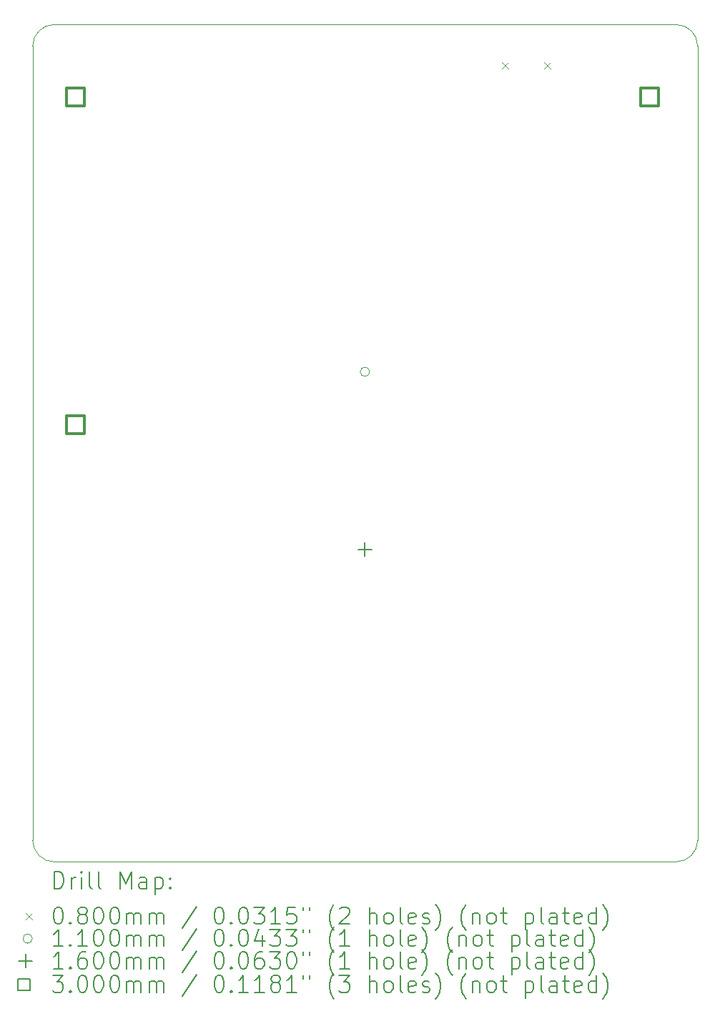
<source format=gbr>
%TF.GenerationSoftware,KiCad,Pcbnew,7.0.7*%
%TF.CreationDate,2023-09-24T19:30:24+02:00*%
%TF.ProjectId,ardumate,61726475-6d61-4746-952e-6b696361645f,rev?*%
%TF.SameCoordinates,Original*%
%TF.FileFunction,Drillmap*%
%TF.FilePolarity,Positive*%
%FSLAX45Y45*%
G04 Gerber Fmt 4.5, Leading zero omitted, Abs format (unit mm)*
G04 Created by KiCad (PCBNEW 7.0.7) date 2023-09-24 19:30:24*
%MOMM*%
%LPD*%
G01*
G04 APERTURE LIST*
%ADD10C,0.100000*%
%ADD11C,0.200000*%
%ADD12C,0.080000*%
%ADD13C,0.110000*%
%ADD14C,0.160000*%
%ADD15C,0.300000*%
G04 APERTURE END LIST*
D10*
X17780000Y-13716000D02*
X17780000Y-4318000D01*
X10160000Y-13970000D02*
X17526000Y-13970000D01*
X17526000Y-13970000D02*
G75*
G03*
X17780000Y-13716000I0J254000D01*
G01*
X9906000Y-4318000D02*
X9906000Y-13716000D01*
X17526000Y-4064000D02*
X10160000Y-4064000D01*
X9906000Y-13716000D02*
G75*
G03*
X10160000Y-13970000I254000J0D01*
G01*
X17780000Y-4318000D02*
G75*
G03*
X17526000Y-4064000I-254000J0D01*
G01*
X10160000Y-4064000D02*
G75*
G03*
X9906000Y-4318000I0J-254000D01*
G01*
D11*
D12*
X15458500Y-4509700D02*
X15538500Y-4589700D01*
X15538500Y-4509700D02*
X15458500Y-4589700D01*
X15958500Y-4509700D02*
X16038500Y-4589700D01*
X16038500Y-4509700D02*
X15958500Y-4589700D01*
D13*
X13894900Y-8171800D02*
G75*
G03*
X13894900Y-8171800I-55000J0D01*
G01*
D14*
X13839900Y-10191800D02*
X13839900Y-10351800D01*
X13759900Y-10271800D02*
X13919900Y-10271800D01*
D15*
X10519051Y-8903962D02*
X10519051Y-8691828D01*
X10306917Y-8691828D01*
X10306917Y-8903962D01*
X10519051Y-8903962D01*
X10520067Y-5024366D02*
X10520067Y-4812232D01*
X10307933Y-4812232D01*
X10307933Y-5024366D01*
X10520067Y-5024366D01*
X17319647Y-5025382D02*
X17319647Y-4813248D01*
X17107513Y-4813248D01*
X17107513Y-5025382D01*
X17319647Y-5025382D01*
D11*
X10161777Y-14286484D02*
X10161777Y-14086484D01*
X10161777Y-14086484D02*
X10209396Y-14086484D01*
X10209396Y-14086484D02*
X10237967Y-14096008D01*
X10237967Y-14096008D02*
X10257015Y-14115055D01*
X10257015Y-14115055D02*
X10266539Y-14134103D01*
X10266539Y-14134103D02*
X10276063Y-14172198D01*
X10276063Y-14172198D02*
X10276063Y-14200769D01*
X10276063Y-14200769D02*
X10266539Y-14238865D01*
X10266539Y-14238865D02*
X10257015Y-14257912D01*
X10257015Y-14257912D02*
X10237967Y-14276960D01*
X10237967Y-14276960D02*
X10209396Y-14286484D01*
X10209396Y-14286484D02*
X10161777Y-14286484D01*
X10361777Y-14286484D02*
X10361777Y-14153150D01*
X10361777Y-14191246D02*
X10371301Y-14172198D01*
X10371301Y-14172198D02*
X10380824Y-14162674D01*
X10380824Y-14162674D02*
X10399872Y-14153150D01*
X10399872Y-14153150D02*
X10418920Y-14153150D01*
X10485586Y-14286484D02*
X10485586Y-14153150D01*
X10485586Y-14086484D02*
X10476063Y-14096008D01*
X10476063Y-14096008D02*
X10485586Y-14105531D01*
X10485586Y-14105531D02*
X10495110Y-14096008D01*
X10495110Y-14096008D02*
X10485586Y-14086484D01*
X10485586Y-14086484D02*
X10485586Y-14105531D01*
X10609396Y-14286484D02*
X10590348Y-14276960D01*
X10590348Y-14276960D02*
X10580824Y-14257912D01*
X10580824Y-14257912D02*
X10580824Y-14086484D01*
X10714158Y-14286484D02*
X10695110Y-14276960D01*
X10695110Y-14276960D02*
X10685586Y-14257912D01*
X10685586Y-14257912D02*
X10685586Y-14086484D01*
X10942729Y-14286484D02*
X10942729Y-14086484D01*
X10942729Y-14086484D02*
X11009396Y-14229341D01*
X11009396Y-14229341D02*
X11076063Y-14086484D01*
X11076063Y-14086484D02*
X11076063Y-14286484D01*
X11257015Y-14286484D02*
X11257015Y-14181722D01*
X11257015Y-14181722D02*
X11247491Y-14162674D01*
X11247491Y-14162674D02*
X11228443Y-14153150D01*
X11228443Y-14153150D02*
X11190348Y-14153150D01*
X11190348Y-14153150D02*
X11171301Y-14162674D01*
X11257015Y-14276960D02*
X11237967Y-14286484D01*
X11237967Y-14286484D02*
X11190348Y-14286484D01*
X11190348Y-14286484D02*
X11171301Y-14276960D01*
X11171301Y-14276960D02*
X11161777Y-14257912D01*
X11161777Y-14257912D02*
X11161777Y-14238865D01*
X11161777Y-14238865D02*
X11171301Y-14219817D01*
X11171301Y-14219817D02*
X11190348Y-14210293D01*
X11190348Y-14210293D02*
X11237967Y-14210293D01*
X11237967Y-14210293D02*
X11257015Y-14200769D01*
X11352253Y-14153150D02*
X11352253Y-14353150D01*
X11352253Y-14162674D02*
X11371301Y-14153150D01*
X11371301Y-14153150D02*
X11409396Y-14153150D01*
X11409396Y-14153150D02*
X11428443Y-14162674D01*
X11428443Y-14162674D02*
X11437967Y-14172198D01*
X11437967Y-14172198D02*
X11447491Y-14191246D01*
X11447491Y-14191246D02*
X11447491Y-14248388D01*
X11447491Y-14248388D02*
X11437967Y-14267436D01*
X11437967Y-14267436D02*
X11428443Y-14276960D01*
X11428443Y-14276960D02*
X11409396Y-14286484D01*
X11409396Y-14286484D02*
X11371301Y-14286484D01*
X11371301Y-14286484D02*
X11352253Y-14276960D01*
X11533205Y-14267436D02*
X11542729Y-14276960D01*
X11542729Y-14276960D02*
X11533205Y-14286484D01*
X11533205Y-14286484D02*
X11523682Y-14276960D01*
X11523682Y-14276960D02*
X11533205Y-14267436D01*
X11533205Y-14267436D02*
X11533205Y-14286484D01*
X11533205Y-14162674D02*
X11542729Y-14172198D01*
X11542729Y-14172198D02*
X11533205Y-14181722D01*
X11533205Y-14181722D02*
X11523682Y-14172198D01*
X11523682Y-14172198D02*
X11533205Y-14162674D01*
X11533205Y-14162674D02*
X11533205Y-14181722D01*
D12*
X9821000Y-14575000D02*
X9901000Y-14655000D01*
X9901000Y-14575000D02*
X9821000Y-14655000D01*
D11*
X10199872Y-14506484D02*
X10218920Y-14506484D01*
X10218920Y-14506484D02*
X10237967Y-14516008D01*
X10237967Y-14516008D02*
X10247491Y-14525531D01*
X10247491Y-14525531D02*
X10257015Y-14544579D01*
X10257015Y-14544579D02*
X10266539Y-14582674D01*
X10266539Y-14582674D02*
X10266539Y-14630293D01*
X10266539Y-14630293D02*
X10257015Y-14668388D01*
X10257015Y-14668388D02*
X10247491Y-14687436D01*
X10247491Y-14687436D02*
X10237967Y-14696960D01*
X10237967Y-14696960D02*
X10218920Y-14706484D01*
X10218920Y-14706484D02*
X10199872Y-14706484D01*
X10199872Y-14706484D02*
X10180824Y-14696960D01*
X10180824Y-14696960D02*
X10171301Y-14687436D01*
X10171301Y-14687436D02*
X10161777Y-14668388D01*
X10161777Y-14668388D02*
X10152253Y-14630293D01*
X10152253Y-14630293D02*
X10152253Y-14582674D01*
X10152253Y-14582674D02*
X10161777Y-14544579D01*
X10161777Y-14544579D02*
X10171301Y-14525531D01*
X10171301Y-14525531D02*
X10180824Y-14516008D01*
X10180824Y-14516008D02*
X10199872Y-14506484D01*
X10352253Y-14687436D02*
X10361777Y-14696960D01*
X10361777Y-14696960D02*
X10352253Y-14706484D01*
X10352253Y-14706484D02*
X10342729Y-14696960D01*
X10342729Y-14696960D02*
X10352253Y-14687436D01*
X10352253Y-14687436D02*
X10352253Y-14706484D01*
X10476063Y-14592198D02*
X10457015Y-14582674D01*
X10457015Y-14582674D02*
X10447491Y-14573150D01*
X10447491Y-14573150D02*
X10437967Y-14554103D01*
X10437967Y-14554103D02*
X10437967Y-14544579D01*
X10437967Y-14544579D02*
X10447491Y-14525531D01*
X10447491Y-14525531D02*
X10457015Y-14516008D01*
X10457015Y-14516008D02*
X10476063Y-14506484D01*
X10476063Y-14506484D02*
X10514158Y-14506484D01*
X10514158Y-14506484D02*
X10533205Y-14516008D01*
X10533205Y-14516008D02*
X10542729Y-14525531D01*
X10542729Y-14525531D02*
X10552253Y-14544579D01*
X10552253Y-14544579D02*
X10552253Y-14554103D01*
X10552253Y-14554103D02*
X10542729Y-14573150D01*
X10542729Y-14573150D02*
X10533205Y-14582674D01*
X10533205Y-14582674D02*
X10514158Y-14592198D01*
X10514158Y-14592198D02*
X10476063Y-14592198D01*
X10476063Y-14592198D02*
X10457015Y-14601722D01*
X10457015Y-14601722D02*
X10447491Y-14611246D01*
X10447491Y-14611246D02*
X10437967Y-14630293D01*
X10437967Y-14630293D02*
X10437967Y-14668388D01*
X10437967Y-14668388D02*
X10447491Y-14687436D01*
X10447491Y-14687436D02*
X10457015Y-14696960D01*
X10457015Y-14696960D02*
X10476063Y-14706484D01*
X10476063Y-14706484D02*
X10514158Y-14706484D01*
X10514158Y-14706484D02*
X10533205Y-14696960D01*
X10533205Y-14696960D02*
X10542729Y-14687436D01*
X10542729Y-14687436D02*
X10552253Y-14668388D01*
X10552253Y-14668388D02*
X10552253Y-14630293D01*
X10552253Y-14630293D02*
X10542729Y-14611246D01*
X10542729Y-14611246D02*
X10533205Y-14601722D01*
X10533205Y-14601722D02*
X10514158Y-14592198D01*
X10676063Y-14506484D02*
X10695110Y-14506484D01*
X10695110Y-14506484D02*
X10714158Y-14516008D01*
X10714158Y-14516008D02*
X10723682Y-14525531D01*
X10723682Y-14525531D02*
X10733205Y-14544579D01*
X10733205Y-14544579D02*
X10742729Y-14582674D01*
X10742729Y-14582674D02*
X10742729Y-14630293D01*
X10742729Y-14630293D02*
X10733205Y-14668388D01*
X10733205Y-14668388D02*
X10723682Y-14687436D01*
X10723682Y-14687436D02*
X10714158Y-14696960D01*
X10714158Y-14696960D02*
X10695110Y-14706484D01*
X10695110Y-14706484D02*
X10676063Y-14706484D01*
X10676063Y-14706484D02*
X10657015Y-14696960D01*
X10657015Y-14696960D02*
X10647491Y-14687436D01*
X10647491Y-14687436D02*
X10637967Y-14668388D01*
X10637967Y-14668388D02*
X10628444Y-14630293D01*
X10628444Y-14630293D02*
X10628444Y-14582674D01*
X10628444Y-14582674D02*
X10637967Y-14544579D01*
X10637967Y-14544579D02*
X10647491Y-14525531D01*
X10647491Y-14525531D02*
X10657015Y-14516008D01*
X10657015Y-14516008D02*
X10676063Y-14506484D01*
X10866539Y-14506484D02*
X10885586Y-14506484D01*
X10885586Y-14506484D02*
X10904634Y-14516008D01*
X10904634Y-14516008D02*
X10914158Y-14525531D01*
X10914158Y-14525531D02*
X10923682Y-14544579D01*
X10923682Y-14544579D02*
X10933205Y-14582674D01*
X10933205Y-14582674D02*
X10933205Y-14630293D01*
X10933205Y-14630293D02*
X10923682Y-14668388D01*
X10923682Y-14668388D02*
X10914158Y-14687436D01*
X10914158Y-14687436D02*
X10904634Y-14696960D01*
X10904634Y-14696960D02*
X10885586Y-14706484D01*
X10885586Y-14706484D02*
X10866539Y-14706484D01*
X10866539Y-14706484D02*
X10847491Y-14696960D01*
X10847491Y-14696960D02*
X10837967Y-14687436D01*
X10837967Y-14687436D02*
X10828444Y-14668388D01*
X10828444Y-14668388D02*
X10818920Y-14630293D01*
X10818920Y-14630293D02*
X10818920Y-14582674D01*
X10818920Y-14582674D02*
X10828444Y-14544579D01*
X10828444Y-14544579D02*
X10837967Y-14525531D01*
X10837967Y-14525531D02*
X10847491Y-14516008D01*
X10847491Y-14516008D02*
X10866539Y-14506484D01*
X11018920Y-14706484D02*
X11018920Y-14573150D01*
X11018920Y-14592198D02*
X11028444Y-14582674D01*
X11028444Y-14582674D02*
X11047491Y-14573150D01*
X11047491Y-14573150D02*
X11076063Y-14573150D01*
X11076063Y-14573150D02*
X11095110Y-14582674D01*
X11095110Y-14582674D02*
X11104634Y-14601722D01*
X11104634Y-14601722D02*
X11104634Y-14706484D01*
X11104634Y-14601722D02*
X11114158Y-14582674D01*
X11114158Y-14582674D02*
X11133205Y-14573150D01*
X11133205Y-14573150D02*
X11161777Y-14573150D01*
X11161777Y-14573150D02*
X11180825Y-14582674D01*
X11180825Y-14582674D02*
X11190348Y-14601722D01*
X11190348Y-14601722D02*
X11190348Y-14706484D01*
X11285586Y-14706484D02*
X11285586Y-14573150D01*
X11285586Y-14592198D02*
X11295110Y-14582674D01*
X11295110Y-14582674D02*
X11314158Y-14573150D01*
X11314158Y-14573150D02*
X11342729Y-14573150D01*
X11342729Y-14573150D02*
X11361777Y-14582674D01*
X11361777Y-14582674D02*
X11371301Y-14601722D01*
X11371301Y-14601722D02*
X11371301Y-14706484D01*
X11371301Y-14601722D02*
X11380824Y-14582674D01*
X11380824Y-14582674D02*
X11399872Y-14573150D01*
X11399872Y-14573150D02*
X11428443Y-14573150D01*
X11428443Y-14573150D02*
X11447491Y-14582674D01*
X11447491Y-14582674D02*
X11457015Y-14601722D01*
X11457015Y-14601722D02*
X11457015Y-14706484D01*
X11847491Y-14496960D02*
X11676063Y-14754103D01*
X12104634Y-14506484D02*
X12123682Y-14506484D01*
X12123682Y-14506484D02*
X12142729Y-14516008D01*
X12142729Y-14516008D02*
X12152253Y-14525531D01*
X12152253Y-14525531D02*
X12161777Y-14544579D01*
X12161777Y-14544579D02*
X12171301Y-14582674D01*
X12171301Y-14582674D02*
X12171301Y-14630293D01*
X12171301Y-14630293D02*
X12161777Y-14668388D01*
X12161777Y-14668388D02*
X12152253Y-14687436D01*
X12152253Y-14687436D02*
X12142729Y-14696960D01*
X12142729Y-14696960D02*
X12123682Y-14706484D01*
X12123682Y-14706484D02*
X12104634Y-14706484D01*
X12104634Y-14706484D02*
X12085586Y-14696960D01*
X12085586Y-14696960D02*
X12076063Y-14687436D01*
X12076063Y-14687436D02*
X12066539Y-14668388D01*
X12066539Y-14668388D02*
X12057015Y-14630293D01*
X12057015Y-14630293D02*
X12057015Y-14582674D01*
X12057015Y-14582674D02*
X12066539Y-14544579D01*
X12066539Y-14544579D02*
X12076063Y-14525531D01*
X12076063Y-14525531D02*
X12085586Y-14516008D01*
X12085586Y-14516008D02*
X12104634Y-14506484D01*
X12257015Y-14687436D02*
X12266539Y-14696960D01*
X12266539Y-14696960D02*
X12257015Y-14706484D01*
X12257015Y-14706484D02*
X12247491Y-14696960D01*
X12247491Y-14696960D02*
X12257015Y-14687436D01*
X12257015Y-14687436D02*
X12257015Y-14706484D01*
X12390348Y-14506484D02*
X12409396Y-14506484D01*
X12409396Y-14506484D02*
X12428444Y-14516008D01*
X12428444Y-14516008D02*
X12437967Y-14525531D01*
X12437967Y-14525531D02*
X12447491Y-14544579D01*
X12447491Y-14544579D02*
X12457015Y-14582674D01*
X12457015Y-14582674D02*
X12457015Y-14630293D01*
X12457015Y-14630293D02*
X12447491Y-14668388D01*
X12447491Y-14668388D02*
X12437967Y-14687436D01*
X12437967Y-14687436D02*
X12428444Y-14696960D01*
X12428444Y-14696960D02*
X12409396Y-14706484D01*
X12409396Y-14706484D02*
X12390348Y-14706484D01*
X12390348Y-14706484D02*
X12371301Y-14696960D01*
X12371301Y-14696960D02*
X12361777Y-14687436D01*
X12361777Y-14687436D02*
X12352253Y-14668388D01*
X12352253Y-14668388D02*
X12342729Y-14630293D01*
X12342729Y-14630293D02*
X12342729Y-14582674D01*
X12342729Y-14582674D02*
X12352253Y-14544579D01*
X12352253Y-14544579D02*
X12361777Y-14525531D01*
X12361777Y-14525531D02*
X12371301Y-14516008D01*
X12371301Y-14516008D02*
X12390348Y-14506484D01*
X12523682Y-14506484D02*
X12647491Y-14506484D01*
X12647491Y-14506484D02*
X12580825Y-14582674D01*
X12580825Y-14582674D02*
X12609396Y-14582674D01*
X12609396Y-14582674D02*
X12628444Y-14592198D01*
X12628444Y-14592198D02*
X12637967Y-14601722D01*
X12637967Y-14601722D02*
X12647491Y-14620769D01*
X12647491Y-14620769D02*
X12647491Y-14668388D01*
X12647491Y-14668388D02*
X12637967Y-14687436D01*
X12637967Y-14687436D02*
X12628444Y-14696960D01*
X12628444Y-14696960D02*
X12609396Y-14706484D01*
X12609396Y-14706484D02*
X12552253Y-14706484D01*
X12552253Y-14706484D02*
X12533206Y-14696960D01*
X12533206Y-14696960D02*
X12523682Y-14687436D01*
X12837967Y-14706484D02*
X12723682Y-14706484D01*
X12780825Y-14706484D02*
X12780825Y-14506484D01*
X12780825Y-14506484D02*
X12761777Y-14535055D01*
X12761777Y-14535055D02*
X12742729Y-14554103D01*
X12742729Y-14554103D02*
X12723682Y-14563627D01*
X13018920Y-14506484D02*
X12923682Y-14506484D01*
X12923682Y-14506484D02*
X12914158Y-14601722D01*
X12914158Y-14601722D02*
X12923682Y-14592198D01*
X12923682Y-14592198D02*
X12942729Y-14582674D01*
X12942729Y-14582674D02*
X12990348Y-14582674D01*
X12990348Y-14582674D02*
X13009396Y-14592198D01*
X13009396Y-14592198D02*
X13018920Y-14601722D01*
X13018920Y-14601722D02*
X13028444Y-14620769D01*
X13028444Y-14620769D02*
X13028444Y-14668388D01*
X13028444Y-14668388D02*
X13018920Y-14687436D01*
X13018920Y-14687436D02*
X13009396Y-14696960D01*
X13009396Y-14696960D02*
X12990348Y-14706484D01*
X12990348Y-14706484D02*
X12942729Y-14706484D01*
X12942729Y-14706484D02*
X12923682Y-14696960D01*
X12923682Y-14696960D02*
X12914158Y-14687436D01*
X13104634Y-14506484D02*
X13104634Y-14544579D01*
X13180825Y-14506484D02*
X13180825Y-14544579D01*
X13476063Y-14782674D02*
X13466539Y-14773150D01*
X13466539Y-14773150D02*
X13447491Y-14744579D01*
X13447491Y-14744579D02*
X13437968Y-14725531D01*
X13437968Y-14725531D02*
X13428444Y-14696960D01*
X13428444Y-14696960D02*
X13418920Y-14649341D01*
X13418920Y-14649341D02*
X13418920Y-14611246D01*
X13418920Y-14611246D02*
X13428444Y-14563627D01*
X13428444Y-14563627D02*
X13437968Y-14535055D01*
X13437968Y-14535055D02*
X13447491Y-14516008D01*
X13447491Y-14516008D02*
X13466539Y-14487436D01*
X13466539Y-14487436D02*
X13476063Y-14477912D01*
X13542729Y-14525531D02*
X13552253Y-14516008D01*
X13552253Y-14516008D02*
X13571301Y-14506484D01*
X13571301Y-14506484D02*
X13618920Y-14506484D01*
X13618920Y-14506484D02*
X13637968Y-14516008D01*
X13637968Y-14516008D02*
X13647491Y-14525531D01*
X13647491Y-14525531D02*
X13657015Y-14544579D01*
X13657015Y-14544579D02*
X13657015Y-14563627D01*
X13657015Y-14563627D02*
X13647491Y-14592198D01*
X13647491Y-14592198D02*
X13533206Y-14706484D01*
X13533206Y-14706484D02*
X13657015Y-14706484D01*
X13895110Y-14706484D02*
X13895110Y-14506484D01*
X13980825Y-14706484D02*
X13980825Y-14601722D01*
X13980825Y-14601722D02*
X13971301Y-14582674D01*
X13971301Y-14582674D02*
X13952253Y-14573150D01*
X13952253Y-14573150D02*
X13923682Y-14573150D01*
X13923682Y-14573150D02*
X13904634Y-14582674D01*
X13904634Y-14582674D02*
X13895110Y-14592198D01*
X14104634Y-14706484D02*
X14085587Y-14696960D01*
X14085587Y-14696960D02*
X14076063Y-14687436D01*
X14076063Y-14687436D02*
X14066539Y-14668388D01*
X14066539Y-14668388D02*
X14066539Y-14611246D01*
X14066539Y-14611246D02*
X14076063Y-14592198D01*
X14076063Y-14592198D02*
X14085587Y-14582674D01*
X14085587Y-14582674D02*
X14104634Y-14573150D01*
X14104634Y-14573150D02*
X14133206Y-14573150D01*
X14133206Y-14573150D02*
X14152253Y-14582674D01*
X14152253Y-14582674D02*
X14161777Y-14592198D01*
X14161777Y-14592198D02*
X14171301Y-14611246D01*
X14171301Y-14611246D02*
X14171301Y-14668388D01*
X14171301Y-14668388D02*
X14161777Y-14687436D01*
X14161777Y-14687436D02*
X14152253Y-14696960D01*
X14152253Y-14696960D02*
X14133206Y-14706484D01*
X14133206Y-14706484D02*
X14104634Y-14706484D01*
X14285587Y-14706484D02*
X14266539Y-14696960D01*
X14266539Y-14696960D02*
X14257015Y-14677912D01*
X14257015Y-14677912D02*
X14257015Y-14506484D01*
X14437968Y-14696960D02*
X14418920Y-14706484D01*
X14418920Y-14706484D02*
X14380825Y-14706484D01*
X14380825Y-14706484D02*
X14361777Y-14696960D01*
X14361777Y-14696960D02*
X14352253Y-14677912D01*
X14352253Y-14677912D02*
X14352253Y-14601722D01*
X14352253Y-14601722D02*
X14361777Y-14582674D01*
X14361777Y-14582674D02*
X14380825Y-14573150D01*
X14380825Y-14573150D02*
X14418920Y-14573150D01*
X14418920Y-14573150D02*
X14437968Y-14582674D01*
X14437968Y-14582674D02*
X14447491Y-14601722D01*
X14447491Y-14601722D02*
X14447491Y-14620769D01*
X14447491Y-14620769D02*
X14352253Y-14639817D01*
X14523682Y-14696960D02*
X14542730Y-14706484D01*
X14542730Y-14706484D02*
X14580825Y-14706484D01*
X14580825Y-14706484D02*
X14599872Y-14696960D01*
X14599872Y-14696960D02*
X14609396Y-14677912D01*
X14609396Y-14677912D02*
X14609396Y-14668388D01*
X14609396Y-14668388D02*
X14599872Y-14649341D01*
X14599872Y-14649341D02*
X14580825Y-14639817D01*
X14580825Y-14639817D02*
X14552253Y-14639817D01*
X14552253Y-14639817D02*
X14533206Y-14630293D01*
X14533206Y-14630293D02*
X14523682Y-14611246D01*
X14523682Y-14611246D02*
X14523682Y-14601722D01*
X14523682Y-14601722D02*
X14533206Y-14582674D01*
X14533206Y-14582674D02*
X14552253Y-14573150D01*
X14552253Y-14573150D02*
X14580825Y-14573150D01*
X14580825Y-14573150D02*
X14599872Y-14582674D01*
X14676063Y-14782674D02*
X14685587Y-14773150D01*
X14685587Y-14773150D02*
X14704634Y-14744579D01*
X14704634Y-14744579D02*
X14714158Y-14725531D01*
X14714158Y-14725531D02*
X14723682Y-14696960D01*
X14723682Y-14696960D02*
X14733206Y-14649341D01*
X14733206Y-14649341D02*
X14733206Y-14611246D01*
X14733206Y-14611246D02*
X14723682Y-14563627D01*
X14723682Y-14563627D02*
X14714158Y-14535055D01*
X14714158Y-14535055D02*
X14704634Y-14516008D01*
X14704634Y-14516008D02*
X14685587Y-14487436D01*
X14685587Y-14487436D02*
X14676063Y-14477912D01*
X15037968Y-14782674D02*
X15028444Y-14773150D01*
X15028444Y-14773150D02*
X15009396Y-14744579D01*
X15009396Y-14744579D02*
X14999872Y-14725531D01*
X14999872Y-14725531D02*
X14990349Y-14696960D01*
X14990349Y-14696960D02*
X14980825Y-14649341D01*
X14980825Y-14649341D02*
X14980825Y-14611246D01*
X14980825Y-14611246D02*
X14990349Y-14563627D01*
X14990349Y-14563627D02*
X14999872Y-14535055D01*
X14999872Y-14535055D02*
X15009396Y-14516008D01*
X15009396Y-14516008D02*
X15028444Y-14487436D01*
X15028444Y-14487436D02*
X15037968Y-14477912D01*
X15114158Y-14573150D02*
X15114158Y-14706484D01*
X15114158Y-14592198D02*
X15123682Y-14582674D01*
X15123682Y-14582674D02*
X15142730Y-14573150D01*
X15142730Y-14573150D02*
X15171301Y-14573150D01*
X15171301Y-14573150D02*
X15190349Y-14582674D01*
X15190349Y-14582674D02*
X15199872Y-14601722D01*
X15199872Y-14601722D02*
X15199872Y-14706484D01*
X15323682Y-14706484D02*
X15304634Y-14696960D01*
X15304634Y-14696960D02*
X15295111Y-14687436D01*
X15295111Y-14687436D02*
X15285587Y-14668388D01*
X15285587Y-14668388D02*
X15285587Y-14611246D01*
X15285587Y-14611246D02*
X15295111Y-14592198D01*
X15295111Y-14592198D02*
X15304634Y-14582674D01*
X15304634Y-14582674D02*
X15323682Y-14573150D01*
X15323682Y-14573150D02*
X15352253Y-14573150D01*
X15352253Y-14573150D02*
X15371301Y-14582674D01*
X15371301Y-14582674D02*
X15380825Y-14592198D01*
X15380825Y-14592198D02*
X15390349Y-14611246D01*
X15390349Y-14611246D02*
X15390349Y-14668388D01*
X15390349Y-14668388D02*
X15380825Y-14687436D01*
X15380825Y-14687436D02*
X15371301Y-14696960D01*
X15371301Y-14696960D02*
X15352253Y-14706484D01*
X15352253Y-14706484D02*
X15323682Y-14706484D01*
X15447492Y-14573150D02*
X15523682Y-14573150D01*
X15476063Y-14506484D02*
X15476063Y-14677912D01*
X15476063Y-14677912D02*
X15485587Y-14696960D01*
X15485587Y-14696960D02*
X15504634Y-14706484D01*
X15504634Y-14706484D02*
X15523682Y-14706484D01*
X15742730Y-14573150D02*
X15742730Y-14773150D01*
X15742730Y-14582674D02*
X15761777Y-14573150D01*
X15761777Y-14573150D02*
X15799873Y-14573150D01*
X15799873Y-14573150D02*
X15818920Y-14582674D01*
X15818920Y-14582674D02*
X15828444Y-14592198D01*
X15828444Y-14592198D02*
X15837968Y-14611246D01*
X15837968Y-14611246D02*
X15837968Y-14668388D01*
X15837968Y-14668388D02*
X15828444Y-14687436D01*
X15828444Y-14687436D02*
X15818920Y-14696960D01*
X15818920Y-14696960D02*
X15799873Y-14706484D01*
X15799873Y-14706484D02*
X15761777Y-14706484D01*
X15761777Y-14706484D02*
X15742730Y-14696960D01*
X15952253Y-14706484D02*
X15933206Y-14696960D01*
X15933206Y-14696960D02*
X15923682Y-14677912D01*
X15923682Y-14677912D02*
X15923682Y-14506484D01*
X16114158Y-14706484D02*
X16114158Y-14601722D01*
X16114158Y-14601722D02*
X16104634Y-14582674D01*
X16104634Y-14582674D02*
X16085587Y-14573150D01*
X16085587Y-14573150D02*
X16047492Y-14573150D01*
X16047492Y-14573150D02*
X16028444Y-14582674D01*
X16114158Y-14696960D02*
X16095111Y-14706484D01*
X16095111Y-14706484D02*
X16047492Y-14706484D01*
X16047492Y-14706484D02*
X16028444Y-14696960D01*
X16028444Y-14696960D02*
X16018920Y-14677912D01*
X16018920Y-14677912D02*
X16018920Y-14658865D01*
X16018920Y-14658865D02*
X16028444Y-14639817D01*
X16028444Y-14639817D02*
X16047492Y-14630293D01*
X16047492Y-14630293D02*
X16095111Y-14630293D01*
X16095111Y-14630293D02*
X16114158Y-14620769D01*
X16180825Y-14573150D02*
X16257015Y-14573150D01*
X16209396Y-14506484D02*
X16209396Y-14677912D01*
X16209396Y-14677912D02*
X16218920Y-14696960D01*
X16218920Y-14696960D02*
X16237968Y-14706484D01*
X16237968Y-14706484D02*
X16257015Y-14706484D01*
X16399873Y-14696960D02*
X16380825Y-14706484D01*
X16380825Y-14706484D02*
X16342730Y-14706484D01*
X16342730Y-14706484D02*
X16323682Y-14696960D01*
X16323682Y-14696960D02*
X16314158Y-14677912D01*
X16314158Y-14677912D02*
X16314158Y-14601722D01*
X16314158Y-14601722D02*
X16323682Y-14582674D01*
X16323682Y-14582674D02*
X16342730Y-14573150D01*
X16342730Y-14573150D02*
X16380825Y-14573150D01*
X16380825Y-14573150D02*
X16399873Y-14582674D01*
X16399873Y-14582674D02*
X16409396Y-14601722D01*
X16409396Y-14601722D02*
X16409396Y-14620769D01*
X16409396Y-14620769D02*
X16314158Y-14639817D01*
X16580825Y-14706484D02*
X16580825Y-14506484D01*
X16580825Y-14696960D02*
X16561777Y-14706484D01*
X16561777Y-14706484D02*
X16523682Y-14706484D01*
X16523682Y-14706484D02*
X16504634Y-14696960D01*
X16504634Y-14696960D02*
X16495111Y-14687436D01*
X16495111Y-14687436D02*
X16485587Y-14668388D01*
X16485587Y-14668388D02*
X16485587Y-14611246D01*
X16485587Y-14611246D02*
X16495111Y-14592198D01*
X16495111Y-14592198D02*
X16504634Y-14582674D01*
X16504634Y-14582674D02*
X16523682Y-14573150D01*
X16523682Y-14573150D02*
X16561777Y-14573150D01*
X16561777Y-14573150D02*
X16580825Y-14582674D01*
X16657015Y-14782674D02*
X16666539Y-14773150D01*
X16666539Y-14773150D02*
X16685587Y-14744579D01*
X16685587Y-14744579D02*
X16695111Y-14725531D01*
X16695111Y-14725531D02*
X16704634Y-14696960D01*
X16704634Y-14696960D02*
X16714158Y-14649341D01*
X16714158Y-14649341D02*
X16714158Y-14611246D01*
X16714158Y-14611246D02*
X16704634Y-14563627D01*
X16704634Y-14563627D02*
X16695111Y-14535055D01*
X16695111Y-14535055D02*
X16685587Y-14516008D01*
X16685587Y-14516008D02*
X16666539Y-14487436D01*
X16666539Y-14487436D02*
X16657015Y-14477912D01*
D13*
X9901000Y-14879000D02*
G75*
G03*
X9901000Y-14879000I-55000J0D01*
G01*
D11*
X10266539Y-14970484D02*
X10152253Y-14970484D01*
X10209396Y-14970484D02*
X10209396Y-14770484D01*
X10209396Y-14770484D02*
X10190348Y-14799055D01*
X10190348Y-14799055D02*
X10171301Y-14818103D01*
X10171301Y-14818103D02*
X10152253Y-14827627D01*
X10352253Y-14951436D02*
X10361777Y-14960960D01*
X10361777Y-14960960D02*
X10352253Y-14970484D01*
X10352253Y-14970484D02*
X10342729Y-14960960D01*
X10342729Y-14960960D02*
X10352253Y-14951436D01*
X10352253Y-14951436D02*
X10352253Y-14970484D01*
X10552253Y-14970484D02*
X10437967Y-14970484D01*
X10495110Y-14970484D02*
X10495110Y-14770484D01*
X10495110Y-14770484D02*
X10476063Y-14799055D01*
X10476063Y-14799055D02*
X10457015Y-14818103D01*
X10457015Y-14818103D02*
X10437967Y-14827627D01*
X10676063Y-14770484D02*
X10695110Y-14770484D01*
X10695110Y-14770484D02*
X10714158Y-14780008D01*
X10714158Y-14780008D02*
X10723682Y-14789531D01*
X10723682Y-14789531D02*
X10733205Y-14808579D01*
X10733205Y-14808579D02*
X10742729Y-14846674D01*
X10742729Y-14846674D02*
X10742729Y-14894293D01*
X10742729Y-14894293D02*
X10733205Y-14932388D01*
X10733205Y-14932388D02*
X10723682Y-14951436D01*
X10723682Y-14951436D02*
X10714158Y-14960960D01*
X10714158Y-14960960D02*
X10695110Y-14970484D01*
X10695110Y-14970484D02*
X10676063Y-14970484D01*
X10676063Y-14970484D02*
X10657015Y-14960960D01*
X10657015Y-14960960D02*
X10647491Y-14951436D01*
X10647491Y-14951436D02*
X10637967Y-14932388D01*
X10637967Y-14932388D02*
X10628444Y-14894293D01*
X10628444Y-14894293D02*
X10628444Y-14846674D01*
X10628444Y-14846674D02*
X10637967Y-14808579D01*
X10637967Y-14808579D02*
X10647491Y-14789531D01*
X10647491Y-14789531D02*
X10657015Y-14780008D01*
X10657015Y-14780008D02*
X10676063Y-14770484D01*
X10866539Y-14770484D02*
X10885586Y-14770484D01*
X10885586Y-14770484D02*
X10904634Y-14780008D01*
X10904634Y-14780008D02*
X10914158Y-14789531D01*
X10914158Y-14789531D02*
X10923682Y-14808579D01*
X10923682Y-14808579D02*
X10933205Y-14846674D01*
X10933205Y-14846674D02*
X10933205Y-14894293D01*
X10933205Y-14894293D02*
X10923682Y-14932388D01*
X10923682Y-14932388D02*
X10914158Y-14951436D01*
X10914158Y-14951436D02*
X10904634Y-14960960D01*
X10904634Y-14960960D02*
X10885586Y-14970484D01*
X10885586Y-14970484D02*
X10866539Y-14970484D01*
X10866539Y-14970484D02*
X10847491Y-14960960D01*
X10847491Y-14960960D02*
X10837967Y-14951436D01*
X10837967Y-14951436D02*
X10828444Y-14932388D01*
X10828444Y-14932388D02*
X10818920Y-14894293D01*
X10818920Y-14894293D02*
X10818920Y-14846674D01*
X10818920Y-14846674D02*
X10828444Y-14808579D01*
X10828444Y-14808579D02*
X10837967Y-14789531D01*
X10837967Y-14789531D02*
X10847491Y-14780008D01*
X10847491Y-14780008D02*
X10866539Y-14770484D01*
X11018920Y-14970484D02*
X11018920Y-14837150D01*
X11018920Y-14856198D02*
X11028444Y-14846674D01*
X11028444Y-14846674D02*
X11047491Y-14837150D01*
X11047491Y-14837150D02*
X11076063Y-14837150D01*
X11076063Y-14837150D02*
X11095110Y-14846674D01*
X11095110Y-14846674D02*
X11104634Y-14865722D01*
X11104634Y-14865722D02*
X11104634Y-14970484D01*
X11104634Y-14865722D02*
X11114158Y-14846674D01*
X11114158Y-14846674D02*
X11133205Y-14837150D01*
X11133205Y-14837150D02*
X11161777Y-14837150D01*
X11161777Y-14837150D02*
X11180825Y-14846674D01*
X11180825Y-14846674D02*
X11190348Y-14865722D01*
X11190348Y-14865722D02*
X11190348Y-14970484D01*
X11285586Y-14970484D02*
X11285586Y-14837150D01*
X11285586Y-14856198D02*
X11295110Y-14846674D01*
X11295110Y-14846674D02*
X11314158Y-14837150D01*
X11314158Y-14837150D02*
X11342729Y-14837150D01*
X11342729Y-14837150D02*
X11361777Y-14846674D01*
X11361777Y-14846674D02*
X11371301Y-14865722D01*
X11371301Y-14865722D02*
X11371301Y-14970484D01*
X11371301Y-14865722D02*
X11380824Y-14846674D01*
X11380824Y-14846674D02*
X11399872Y-14837150D01*
X11399872Y-14837150D02*
X11428443Y-14837150D01*
X11428443Y-14837150D02*
X11447491Y-14846674D01*
X11447491Y-14846674D02*
X11457015Y-14865722D01*
X11457015Y-14865722D02*
X11457015Y-14970484D01*
X11847491Y-14760960D02*
X11676063Y-15018103D01*
X12104634Y-14770484D02*
X12123682Y-14770484D01*
X12123682Y-14770484D02*
X12142729Y-14780008D01*
X12142729Y-14780008D02*
X12152253Y-14789531D01*
X12152253Y-14789531D02*
X12161777Y-14808579D01*
X12161777Y-14808579D02*
X12171301Y-14846674D01*
X12171301Y-14846674D02*
X12171301Y-14894293D01*
X12171301Y-14894293D02*
X12161777Y-14932388D01*
X12161777Y-14932388D02*
X12152253Y-14951436D01*
X12152253Y-14951436D02*
X12142729Y-14960960D01*
X12142729Y-14960960D02*
X12123682Y-14970484D01*
X12123682Y-14970484D02*
X12104634Y-14970484D01*
X12104634Y-14970484D02*
X12085586Y-14960960D01*
X12085586Y-14960960D02*
X12076063Y-14951436D01*
X12076063Y-14951436D02*
X12066539Y-14932388D01*
X12066539Y-14932388D02*
X12057015Y-14894293D01*
X12057015Y-14894293D02*
X12057015Y-14846674D01*
X12057015Y-14846674D02*
X12066539Y-14808579D01*
X12066539Y-14808579D02*
X12076063Y-14789531D01*
X12076063Y-14789531D02*
X12085586Y-14780008D01*
X12085586Y-14780008D02*
X12104634Y-14770484D01*
X12257015Y-14951436D02*
X12266539Y-14960960D01*
X12266539Y-14960960D02*
X12257015Y-14970484D01*
X12257015Y-14970484D02*
X12247491Y-14960960D01*
X12247491Y-14960960D02*
X12257015Y-14951436D01*
X12257015Y-14951436D02*
X12257015Y-14970484D01*
X12390348Y-14770484D02*
X12409396Y-14770484D01*
X12409396Y-14770484D02*
X12428444Y-14780008D01*
X12428444Y-14780008D02*
X12437967Y-14789531D01*
X12437967Y-14789531D02*
X12447491Y-14808579D01*
X12447491Y-14808579D02*
X12457015Y-14846674D01*
X12457015Y-14846674D02*
X12457015Y-14894293D01*
X12457015Y-14894293D02*
X12447491Y-14932388D01*
X12447491Y-14932388D02*
X12437967Y-14951436D01*
X12437967Y-14951436D02*
X12428444Y-14960960D01*
X12428444Y-14960960D02*
X12409396Y-14970484D01*
X12409396Y-14970484D02*
X12390348Y-14970484D01*
X12390348Y-14970484D02*
X12371301Y-14960960D01*
X12371301Y-14960960D02*
X12361777Y-14951436D01*
X12361777Y-14951436D02*
X12352253Y-14932388D01*
X12352253Y-14932388D02*
X12342729Y-14894293D01*
X12342729Y-14894293D02*
X12342729Y-14846674D01*
X12342729Y-14846674D02*
X12352253Y-14808579D01*
X12352253Y-14808579D02*
X12361777Y-14789531D01*
X12361777Y-14789531D02*
X12371301Y-14780008D01*
X12371301Y-14780008D02*
X12390348Y-14770484D01*
X12628444Y-14837150D02*
X12628444Y-14970484D01*
X12580825Y-14760960D02*
X12533206Y-14903817D01*
X12533206Y-14903817D02*
X12657015Y-14903817D01*
X12714158Y-14770484D02*
X12837967Y-14770484D01*
X12837967Y-14770484D02*
X12771301Y-14846674D01*
X12771301Y-14846674D02*
X12799872Y-14846674D01*
X12799872Y-14846674D02*
X12818920Y-14856198D01*
X12818920Y-14856198D02*
X12828444Y-14865722D01*
X12828444Y-14865722D02*
X12837967Y-14884769D01*
X12837967Y-14884769D02*
X12837967Y-14932388D01*
X12837967Y-14932388D02*
X12828444Y-14951436D01*
X12828444Y-14951436D02*
X12818920Y-14960960D01*
X12818920Y-14960960D02*
X12799872Y-14970484D01*
X12799872Y-14970484D02*
X12742729Y-14970484D01*
X12742729Y-14970484D02*
X12723682Y-14960960D01*
X12723682Y-14960960D02*
X12714158Y-14951436D01*
X12904634Y-14770484D02*
X13028444Y-14770484D01*
X13028444Y-14770484D02*
X12961777Y-14846674D01*
X12961777Y-14846674D02*
X12990348Y-14846674D01*
X12990348Y-14846674D02*
X13009396Y-14856198D01*
X13009396Y-14856198D02*
X13018920Y-14865722D01*
X13018920Y-14865722D02*
X13028444Y-14884769D01*
X13028444Y-14884769D02*
X13028444Y-14932388D01*
X13028444Y-14932388D02*
X13018920Y-14951436D01*
X13018920Y-14951436D02*
X13009396Y-14960960D01*
X13009396Y-14960960D02*
X12990348Y-14970484D01*
X12990348Y-14970484D02*
X12933206Y-14970484D01*
X12933206Y-14970484D02*
X12914158Y-14960960D01*
X12914158Y-14960960D02*
X12904634Y-14951436D01*
X13104634Y-14770484D02*
X13104634Y-14808579D01*
X13180825Y-14770484D02*
X13180825Y-14808579D01*
X13476063Y-15046674D02*
X13466539Y-15037150D01*
X13466539Y-15037150D02*
X13447491Y-15008579D01*
X13447491Y-15008579D02*
X13437968Y-14989531D01*
X13437968Y-14989531D02*
X13428444Y-14960960D01*
X13428444Y-14960960D02*
X13418920Y-14913341D01*
X13418920Y-14913341D02*
X13418920Y-14875246D01*
X13418920Y-14875246D02*
X13428444Y-14827627D01*
X13428444Y-14827627D02*
X13437968Y-14799055D01*
X13437968Y-14799055D02*
X13447491Y-14780008D01*
X13447491Y-14780008D02*
X13466539Y-14751436D01*
X13466539Y-14751436D02*
X13476063Y-14741912D01*
X13657015Y-14970484D02*
X13542729Y-14970484D01*
X13599872Y-14970484D02*
X13599872Y-14770484D01*
X13599872Y-14770484D02*
X13580825Y-14799055D01*
X13580825Y-14799055D02*
X13561777Y-14818103D01*
X13561777Y-14818103D02*
X13542729Y-14827627D01*
X13895110Y-14970484D02*
X13895110Y-14770484D01*
X13980825Y-14970484D02*
X13980825Y-14865722D01*
X13980825Y-14865722D02*
X13971301Y-14846674D01*
X13971301Y-14846674D02*
X13952253Y-14837150D01*
X13952253Y-14837150D02*
X13923682Y-14837150D01*
X13923682Y-14837150D02*
X13904634Y-14846674D01*
X13904634Y-14846674D02*
X13895110Y-14856198D01*
X14104634Y-14970484D02*
X14085587Y-14960960D01*
X14085587Y-14960960D02*
X14076063Y-14951436D01*
X14076063Y-14951436D02*
X14066539Y-14932388D01*
X14066539Y-14932388D02*
X14066539Y-14875246D01*
X14066539Y-14875246D02*
X14076063Y-14856198D01*
X14076063Y-14856198D02*
X14085587Y-14846674D01*
X14085587Y-14846674D02*
X14104634Y-14837150D01*
X14104634Y-14837150D02*
X14133206Y-14837150D01*
X14133206Y-14837150D02*
X14152253Y-14846674D01*
X14152253Y-14846674D02*
X14161777Y-14856198D01*
X14161777Y-14856198D02*
X14171301Y-14875246D01*
X14171301Y-14875246D02*
X14171301Y-14932388D01*
X14171301Y-14932388D02*
X14161777Y-14951436D01*
X14161777Y-14951436D02*
X14152253Y-14960960D01*
X14152253Y-14960960D02*
X14133206Y-14970484D01*
X14133206Y-14970484D02*
X14104634Y-14970484D01*
X14285587Y-14970484D02*
X14266539Y-14960960D01*
X14266539Y-14960960D02*
X14257015Y-14941912D01*
X14257015Y-14941912D02*
X14257015Y-14770484D01*
X14437968Y-14960960D02*
X14418920Y-14970484D01*
X14418920Y-14970484D02*
X14380825Y-14970484D01*
X14380825Y-14970484D02*
X14361777Y-14960960D01*
X14361777Y-14960960D02*
X14352253Y-14941912D01*
X14352253Y-14941912D02*
X14352253Y-14865722D01*
X14352253Y-14865722D02*
X14361777Y-14846674D01*
X14361777Y-14846674D02*
X14380825Y-14837150D01*
X14380825Y-14837150D02*
X14418920Y-14837150D01*
X14418920Y-14837150D02*
X14437968Y-14846674D01*
X14437968Y-14846674D02*
X14447491Y-14865722D01*
X14447491Y-14865722D02*
X14447491Y-14884769D01*
X14447491Y-14884769D02*
X14352253Y-14903817D01*
X14514158Y-15046674D02*
X14523682Y-15037150D01*
X14523682Y-15037150D02*
X14542730Y-15008579D01*
X14542730Y-15008579D02*
X14552253Y-14989531D01*
X14552253Y-14989531D02*
X14561777Y-14960960D01*
X14561777Y-14960960D02*
X14571301Y-14913341D01*
X14571301Y-14913341D02*
X14571301Y-14875246D01*
X14571301Y-14875246D02*
X14561777Y-14827627D01*
X14561777Y-14827627D02*
X14552253Y-14799055D01*
X14552253Y-14799055D02*
X14542730Y-14780008D01*
X14542730Y-14780008D02*
X14523682Y-14751436D01*
X14523682Y-14751436D02*
X14514158Y-14741912D01*
X14876063Y-15046674D02*
X14866539Y-15037150D01*
X14866539Y-15037150D02*
X14847491Y-15008579D01*
X14847491Y-15008579D02*
X14837968Y-14989531D01*
X14837968Y-14989531D02*
X14828444Y-14960960D01*
X14828444Y-14960960D02*
X14818920Y-14913341D01*
X14818920Y-14913341D02*
X14818920Y-14875246D01*
X14818920Y-14875246D02*
X14828444Y-14827627D01*
X14828444Y-14827627D02*
X14837968Y-14799055D01*
X14837968Y-14799055D02*
X14847491Y-14780008D01*
X14847491Y-14780008D02*
X14866539Y-14751436D01*
X14866539Y-14751436D02*
X14876063Y-14741912D01*
X14952253Y-14837150D02*
X14952253Y-14970484D01*
X14952253Y-14856198D02*
X14961777Y-14846674D01*
X14961777Y-14846674D02*
X14980825Y-14837150D01*
X14980825Y-14837150D02*
X15009396Y-14837150D01*
X15009396Y-14837150D02*
X15028444Y-14846674D01*
X15028444Y-14846674D02*
X15037968Y-14865722D01*
X15037968Y-14865722D02*
X15037968Y-14970484D01*
X15161777Y-14970484D02*
X15142730Y-14960960D01*
X15142730Y-14960960D02*
X15133206Y-14951436D01*
X15133206Y-14951436D02*
X15123682Y-14932388D01*
X15123682Y-14932388D02*
X15123682Y-14875246D01*
X15123682Y-14875246D02*
X15133206Y-14856198D01*
X15133206Y-14856198D02*
X15142730Y-14846674D01*
X15142730Y-14846674D02*
X15161777Y-14837150D01*
X15161777Y-14837150D02*
X15190349Y-14837150D01*
X15190349Y-14837150D02*
X15209396Y-14846674D01*
X15209396Y-14846674D02*
X15218920Y-14856198D01*
X15218920Y-14856198D02*
X15228444Y-14875246D01*
X15228444Y-14875246D02*
X15228444Y-14932388D01*
X15228444Y-14932388D02*
X15218920Y-14951436D01*
X15218920Y-14951436D02*
X15209396Y-14960960D01*
X15209396Y-14960960D02*
X15190349Y-14970484D01*
X15190349Y-14970484D02*
X15161777Y-14970484D01*
X15285587Y-14837150D02*
X15361777Y-14837150D01*
X15314158Y-14770484D02*
X15314158Y-14941912D01*
X15314158Y-14941912D02*
X15323682Y-14960960D01*
X15323682Y-14960960D02*
X15342730Y-14970484D01*
X15342730Y-14970484D02*
X15361777Y-14970484D01*
X15580825Y-14837150D02*
X15580825Y-15037150D01*
X15580825Y-14846674D02*
X15599872Y-14837150D01*
X15599872Y-14837150D02*
X15637968Y-14837150D01*
X15637968Y-14837150D02*
X15657015Y-14846674D01*
X15657015Y-14846674D02*
X15666539Y-14856198D01*
X15666539Y-14856198D02*
X15676063Y-14875246D01*
X15676063Y-14875246D02*
X15676063Y-14932388D01*
X15676063Y-14932388D02*
X15666539Y-14951436D01*
X15666539Y-14951436D02*
X15657015Y-14960960D01*
X15657015Y-14960960D02*
X15637968Y-14970484D01*
X15637968Y-14970484D02*
X15599872Y-14970484D01*
X15599872Y-14970484D02*
X15580825Y-14960960D01*
X15790349Y-14970484D02*
X15771301Y-14960960D01*
X15771301Y-14960960D02*
X15761777Y-14941912D01*
X15761777Y-14941912D02*
X15761777Y-14770484D01*
X15952253Y-14970484D02*
X15952253Y-14865722D01*
X15952253Y-14865722D02*
X15942730Y-14846674D01*
X15942730Y-14846674D02*
X15923682Y-14837150D01*
X15923682Y-14837150D02*
X15885587Y-14837150D01*
X15885587Y-14837150D02*
X15866539Y-14846674D01*
X15952253Y-14960960D02*
X15933206Y-14970484D01*
X15933206Y-14970484D02*
X15885587Y-14970484D01*
X15885587Y-14970484D02*
X15866539Y-14960960D01*
X15866539Y-14960960D02*
X15857015Y-14941912D01*
X15857015Y-14941912D02*
X15857015Y-14922865D01*
X15857015Y-14922865D02*
X15866539Y-14903817D01*
X15866539Y-14903817D02*
X15885587Y-14894293D01*
X15885587Y-14894293D02*
X15933206Y-14894293D01*
X15933206Y-14894293D02*
X15952253Y-14884769D01*
X16018920Y-14837150D02*
X16095111Y-14837150D01*
X16047492Y-14770484D02*
X16047492Y-14941912D01*
X16047492Y-14941912D02*
X16057015Y-14960960D01*
X16057015Y-14960960D02*
X16076063Y-14970484D01*
X16076063Y-14970484D02*
X16095111Y-14970484D01*
X16237968Y-14960960D02*
X16218920Y-14970484D01*
X16218920Y-14970484D02*
X16180825Y-14970484D01*
X16180825Y-14970484D02*
X16161777Y-14960960D01*
X16161777Y-14960960D02*
X16152253Y-14941912D01*
X16152253Y-14941912D02*
X16152253Y-14865722D01*
X16152253Y-14865722D02*
X16161777Y-14846674D01*
X16161777Y-14846674D02*
X16180825Y-14837150D01*
X16180825Y-14837150D02*
X16218920Y-14837150D01*
X16218920Y-14837150D02*
X16237968Y-14846674D01*
X16237968Y-14846674D02*
X16247492Y-14865722D01*
X16247492Y-14865722D02*
X16247492Y-14884769D01*
X16247492Y-14884769D02*
X16152253Y-14903817D01*
X16418920Y-14970484D02*
X16418920Y-14770484D01*
X16418920Y-14960960D02*
X16399873Y-14970484D01*
X16399873Y-14970484D02*
X16361777Y-14970484D01*
X16361777Y-14970484D02*
X16342730Y-14960960D01*
X16342730Y-14960960D02*
X16333206Y-14951436D01*
X16333206Y-14951436D02*
X16323682Y-14932388D01*
X16323682Y-14932388D02*
X16323682Y-14875246D01*
X16323682Y-14875246D02*
X16333206Y-14856198D01*
X16333206Y-14856198D02*
X16342730Y-14846674D01*
X16342730Y-14846674D02*
X16361777Y-14837150D01*
X16361777Y-14837150D02*
X16399873Y-14837150D01*
X16399873Y-14837150D02*
X16418920Y-14846674D01*
X16495111Y-15046674D02*
X16504634Y-15037150D01*
X16504634Y-15037150D02*
X16523682Y-15008579D01*
X16523682Y-15008579D02*
X16533206Y-14989531D01*
X16533206Y-14989531D02*
X16542730Y-14960960D01*
X16542730Y-14960960D02*
X16552253Y-14913341D01*
X16552253Y-14913341D02*
X16552253Y-14875246D01*
X16552253Y-14875246D02*
X16542730Y-14827627D01*
X16542730Y-14827627D02*
X16533206Y-14799055D01*
X16533206Y-14799055D02*
X16523682Y-14780008D01*
X16523682Y-14780008D02*
X16504634Y-14751436D01*
X16504634Y-14751436D02*
X16495111Y-14741912D01*
D14*
X9821000Y-15063000D02*
X9821000Y-15223000D01*
X9741000Y-15143000D02*
X9901000Y-15143000D01*
D11*
X10266539Y-15234484D02*
X10152253Y-15234484D01*
X10209396Y-15234484D02*
X10209396Y-15034484D01*
X10209396Y-15034484D02*
X10190348Y-15063055D01*
X10190348Y-15063055D02*
X10171301Y-15082103D01*
X10171301Y-15082103D02*
X10152253Y-15091627D01*
X10352253Y-15215436D02*
X10361777Y-15224960D01*
X10361777Y-15224960D02*
X10352253Y-15234484D01*
X10352253Y-15234484D02*
X10342729Y-15224960D01*
X10342729Y-15224960D02*
X10352253Y-15215436D01*
X10352253Y-15215436D02*
X10352253Y-15234484D01*
X10533205Y-15034484D02*
X10495110Y-15034484D01*
X10495110Y-15034484D02*
X10476063Y-15044008D01*
X10476063Y-15044008D02*
X10466539Y-15053531D01*
X10466539Y-15053531D02*
X10447491Y-15082103D01*
X10447491Y-15082103D02*
X10437967Y-15120198D01*
X10437967Y-15120198D02*
X10437967Y-15196388D01*
X10437967Y-15196388D02*
X10447491Y-15215436D01*
X10447491Y-15215436D02*
X10457015Y-15224960D01*
X10457015Y-15224960D02*
X10476063Y-15234484D01*
X10476063Y-15234484D02*
X10514158Y-15234484D01*
X10514158Y-15234484D02*
X10533205Y-15224960D01*
X10533205Y-15224960D02*
X10542729Y-15215436D01*
X10542729Y-15215436D02*
X10552253Y-15196388D01*
X10552253Y-15196388D02*
X10552253Y-15148769D01*
X10552253Y-15148769D02*
X10542729Y-15129722D01*
X10542729Y-15129722D02*
X10533205Y-15120198D01*
X10533205Y-15120198D02*
X10514158Y-15110674D01*
X10514158Y-15110674D02*
X10476063Y-15110674D01*
X10476063Y-15110674D02*
X10457015Y-15120198D01*
X10457015Y-15120198D02*
X10447491Y-15129722D01*
X10447491Y-15129722D02*
X10437967Y-15148769D01*
X10676063Y-15034484D02*
X10695110Y-15034484D01*
X10695110Y-15034484D02*
X10714158Y-15044008D01*
X10714158Y-15044008D02*
X10723682Y-15053531D01*
X10723682Y-15053531D02*
X10733205Y-15072579D01*
X10733205Y-15072579D02*
X10742729Y-15110674D01*
X10742729Y-15110674D02*
X10742729Y-15158293D01*
X10742729Y-15158293D02*
X10733205Y-15196388D01*
X10733205Y-15196388D02*
X10723682Y-15215436D01*
X10723682Y-15215436D02*
X10714158Y-15224960D01*
X10714158Y-15224960D02*
X10695110Y-15234484D01*
X10695110Y-15234484D02*
X10676063Y-15234484D01*
X10676063Y-15234484D02*
X10657015Y-15224960D01*
X10657015Y-15224960D02*
X10647491Y-15215436D01*
X10647491Y-15215436D02*
X10637967Y-15196388D01*
X10637967Y-15196388D02*
X10628444Y-15158293D01*
X10628444Y-15158293D02*
X10628444Y-15110674D01*
X10628444Y-15110674D02*
X10637967Y-15072579D01*
X10637967Y-15072579D02*
X10647491Y-15053531D01*
X10647491Y-15053531D02*
X10657015Y-15044008D01*
X10657015Y-15044008D02*
X10676063Y-15034484D01*
X10866539Y-15034484D02*
X10885586Y-15034484D01*
X10885586Y-15034484D02*
X10904634Y-15044008D01*
X10904634Y-15044008D02*
X10914158Y-15053531D01*
X10914158Y-15053531D02*
X10923682Y-15072579D01*
X10923682Y-15072579D02*
X10933205Y-15110674D01*
X10933205Y-15110674D02*
X10933205Y-15158293D01*
X10933205Y-15158293D02*
X10923682Y-15196388D01*
X10923682Y-15196388D02*
X10914158Y-15215436D01*
X10914158Y-15215436D02*
X10904634Y-15224960D01*
X10904634Y-15224960D02*
X10885586Y-15234484D01*
X10885586Y-15234484D02*
X10866539Y-15234484D01*
X10866539Y-15234484D02*
X10847491Y-15224960D01*
X10847491Y-15224960D02*
X10837967Y-15215436D01*
X10837967Y-15215436D02*
X10828444Y-15196388D01*
X10828444Y-15196388D02*
X10818920Y-15158293D01*
X10818920Y-15158293D02*
X10818920Y-15110674D01*
X10818920Y-15110674D02*
X10828444Y-15072579D01*
X10828444Y-15072579D02*
X10837967Y-15053531D01*
X10837967Y-15053531D02*
X10847491Y-15044008D01*
X10847491Y-15044008D02*
X10866539Y-15034484D01*
X11018920Y-15234484D02*
X11018920Y-15101150D01*
X11018920Y-15120198D02*
X11028444Y-15110674D01*
X11028444Y-15110674D02*
X11047491Y-15101150D01*
X11047491Y-15101150D02*
X11076063Y-15101150D01*
X11076063Y-15101150D02*
X11095110Y-15110674D01*
X11095110Y-15110674D02*
X11104634Y-15129722D01*
X11104634Y-15129722D02*
X11104634Y-15234484D01*
X11104634Y-15129722D02*
X11114158Y-15110674D01*
X11114158Y-15110674D02*
X11133205Y-15101150D01*
X11133205Y-15101150D02*
X11161777Y-15101150D01*
X11161777Y-15101150D02*
X11180825Y-15110674D01*
X11180825Y-15110674D02*
X11190348Y-15129722D01*
X11190348Y-15129722D02*
X11190348Y-15234484D01*
X11285586Y-15234484D02*
X11285586Y-15101150D01*
X11285586Y-15120198D02*
X11295110Y-15110674D01*
X11295110Y-15110674D02*
X11314158Y-15101150D01*
X11314158Y-15101150D02*
X11342729Y-15101150D01*
X11342729Y-15101150D02*
X11361777Y-15110674D01*
X11361777Y-15110674D02*
X11371301Y-15129722D01*
X11371301Y-15129722D02*
X11371301Y-15234484D01*
X11371301Y-15129722D02*
X11380824Y-15110674D01*
X11380824Y-15110674D02*
X11399872Y-15101150D01*
X11399872Y-15101150D02*
X11428443Y-15101150D01*
X11428443Y-15101150D02*
X11447491Y-15110674D01*
X11447491Y-15110674D02*
X11457015Y-15129722D01*
X11457015Y-15129722D02*
X11457015Y-15234484D01*
X11847491Y-15024960D02*
X11676063Y-15282103D01*
X12104634Y-15034484D02*
X12123682Y-15034484D01*
X12123682Y-15034484D02*
X12142729Y-15044008D01*
X12142729Y-15044008D02*
X12152253Y-15053531D01*
X12152253Y-15053531D02*
X12161777Y-15072579D01*
X12161777Y-15072579D02*
X12171301Y-15110674D01*
X12171301Y-15110674D02*
X12171301Y-15158293D01*
X12171301Y-15158293D02*
X12161777Y-15196388D01*
X12161777Y-15196388D02*
X12152253Y-15215436D01*
X12152253Y-15215436D02*
X12142729Y-15224960D01*
X12142729Y-15224960D02*
X12123682Y-15234484D01*
X12123682Y-15234484D02*
X12104634Y-15234484D01*
X12104634Y-15234484D02*
X12085586Y-15224960D01*
X12085586Y-15224960D02*
X12076063Y-15215436D01*
X12076063Y-15215436D02*
X12066539Y-15196388D01*
X12066539Y-15196388D02*
X12057015Y-15158293D01*
X12057015Y-15158293D02*
X12057015Y-15110674D01*
X12057015Y-15110674D02*
X12066539Y-15072579D01*
X12066539Y-15072579D02*
X12076063Y-15053531D01*
X12076063Y-15053531D02*
X12085586Y-15044008D01*
X12085586Y-15044008D02*
X12104634Y-15034484D01*
X12257015Y-15215436D02*
X12266539Y-15224960D01*
X12266539Y-15224960D02*
X12257015Y-15234484D01*
X12257015Y-15234484D02*
X12247491Y-15224960D01*
X12247491Y-15224960D02*
X12257015Y-15215436D01*
X12257015Y-15215436D02*
X12257015Y-15234484D01*
X12390348Y-15034484D02*
X12409396Y-15034484D01*
X12409396Y-15034484D02*
X12428444Y-15044008D01*
X12428444Y-15044008D02*
X12437967Y-15053531D01*
X12437967Y-15053531D02*
X12447491Y-15072579D01*
X12447491Y-15072579D02*
X12457015Y-15110674D01*
X12457015Y-15110674D02*
X12457015Y-15158293D01*
X12457015Y-15158293D02*
X12447491Y-15196388D01*
X12447491Y-15196388D02*
X12437967Y-15215436D01*
X12437967Y-15215436D02*
X12428444Y-15224960D01*
X12428444Y-15224960D02*
X12409396Y-15234484D01*
X12409396Y-15234484D02*
X12390348Y-15234484D01*
X12390348Y-15234484D02*
X12371301Y-15224960D01*
X12371301Y-15224960D02*
X12361777Y-15215436D01*
X12361777Y-15215436D02*
X12352253Y-15196388D01*
X12352253Y-15196388D02*
X12342729Y-15158293D01*
X12342729Y-15158293D02*
X12342729Y-15110674D01*
X12342729Y-15110674D02*
X12352253Y-15072579D01*
X12352253Y-15072579D02*
X12361777Y-15053531D01*
X12361777Y-15053531D02*
X12371301Y-15044008D01*
X12371301Y-15044008D02*
X12390348Y-15034484D01*
X12628444Y-15034484D02*
X12590348Y-15034484D01*
X12590348Y-15034484D02*
X12571301Y-15044008D01*
X12571301Y-15044008D02*
X12561777Y-15053531D01*
X12561777Y-15053531D02*
X12542729Y-15082103D01*
X12542729Y-15082103D02*
X12533206Y-15120198D01*
X12533206Y-15120198D02*
X12533206Y-15196388D01*
X12533206Y-15196388D02*
X12542729Y-15215436D01*
X12542729Y-15215436D02*
X12552253Y-15224960D01*
X12552253Y-15224960D02*
X12571301Y-15234484D01*
X12571301Y-15234484D02*
X12609396Y-15234484D01*
X12609396Y-15234484D02*
X12628444Y-15224960D01*
X12628444Y-15224960D02*
X12637967Y-15215436D01*
X12637967Y-15215436D02*
X12647491Y-15196388D01*
X12647491Y-15196388D02*
X12647491Y-15148769D01*
X12647491Y-15148769D02*
X12637967Y-15129722D01*
X12637967Y-15129722D02*
X12628444Y-15120198D01*
X12628444Y-15120198D02*
X12609396Y-15110674D01*
X12609396Y-15110674D02*
X12571301Y-15110674D01*
X12571301Y-15110674D02*
X12552253Y-15120198D01*
X12552253Y-15120198D02*
X12542729Y-15129722D01*
X12542729Y-15129722D02*
X12533206Y-15148769D01*
X12714158Y-15034484D02*
X12837967Y-15034484D01*
X12837967Y-15034484D02*
X12771301Y-15110674D01*
X12771301Y-15110674D02*
X12799872Y-15110674D01*
X12799872Y-15110674D02*
X12818920Y-15120198D01*
X12818920Y-15120198D02*
X12828444Y-15129722D01*
X12828444Y-15129722D02*
X12837967Y-15148769D01*
X12837967Y-15148769D02*
X12837967Y-15196388D01*
X12837967Y-15196388D02*
X12828444Y-15215436D01*
X12828444Y-15215436D02*
X12818920Y-15224960D01*
X12818920Y-15224960D02*
X12799872Y-15234484D01*
X12799872Y-15234484D02*
X12742729Y-15234484D01*
X12742729Y-15234484D02*
X12723682Y-15224960D01*
X12723682Y-15224960D02*
X12714158Y-15215436D01*
X12961777Y-15034484D02*
X12980825Y-15034484D01*
X12980825Y-15034484D02*
X12999872Y-15044008D01*
X12999872Y-15044008D02*
X13009396Y-15053531D01*
X13009396Y-15053531D02*
X13018920Y-15072579D01*
X13018920Y-15072579D02*
X13028444Y-15110674D01*
X13028444Y-15110674D02*
X13028444Y-15158293D01*
X13028444Y-15158293D02*
X13018920Y-15196388D01*
X13018920Y-15196388D02*
X13009396Y-15215436D01*
X13009396Y-15215436D02*
X12999872Y-15224960D01*
X12999872Y-15224960D02*
X12980825Y-15234484D01*
X12980825Y-15234484D02*
X12961777Y-15234484D01*
X12961777Y-15234484D02*
X12942729Y-15224960D01*
X12942729Y-15224960D02*
X12933206Y-15215436D01*
X12933206Y-15215436D02*
X12923682Y-15196388D01*
X12923682Y-15196388D02*
X12914158Y-15158293D01*
X12914158Y-15158293D02*
X12914158Y-15110674D01*
X12914158Y-15110674D02*
X12923682Y-15072579D01*
X12923682Y-15072579D02*
X12933206Y-15053531D01*
X12933206Y-15053531D02*
X12942729Y-15044008D01*
X12942729Y-15044008D02*
X12961777Y-15034484D01*
X13104634Y-15034484D02*
X13104634Y-15072579D01*
X13180825Y-15034484D02*
X13180825Y-15072579D01*
X13476063Y-15310674D02*
X13466539Y-15301150D01*
X13466539Y-15301150D02*
X13447491Y-15272579D01*
X13447491Y-15272579D02*
X13437968Y-15253531D01*
X13437968Y-15253531D02*
X13428444Y-15224960D01*
X13428444Y-15224960D02*
X13418920Y-15177341D01*
X13418920Y-15177341D02*
X13418920Y-15139246D01*
X13418920Y-15139246D02*
X13428444Y-15091627D01*
X13428444Y-15091627D02*
X13437968Y-15063055D01*
X13437968Y-15063055D02*
X13447491Y-15044008D01*
X13447491Y-15044008D02*
X13466539Y-15015436D01*
X13466539Y-15015436D02*
X13476063Y-15005912D01*
X13657015Y-15234484D02*
X13542729Y-15234484D01*
X13599872Y-15234484D02*
X13599872Y-15034484D01*
X13599872Y-15034484D02*
X13580825Y-15063055D01*
X13580825Y-15063055D02*
X13561777Y-15082103D01*
X13561777Y-15082103D02*
X13542729Y-15091627D01*
X13895110Y-15234484D02*
X13895110Y-15034484D01*
X13980825Y-15234484D02*
X13980825Y-15129722D01*
X13980825Y-15129722D02*
X13971301Y-15110674D01*
X13971301Y-15110674D02*
X13952253Y-15101150D01*
X13952253Y-15101150D02*
X13923682Y-15101150D01*
X13923682Y-15101150D02*
X13904634Y-15110674D01*
X13904634Y-15110674D02*
X13895110Y-15120198D01*
X14104634Y-15234484D02*
X14085587Y-15224960D01*
X14085587Y-15224960D02*
X14076063Y-15215436D01*
X14076063Y-15215436D02*
X14066539Y-15196388D01*
X14066539Y-15196388D02*
X14066539Y-15139246D01*
X14066539Y-15139246D02*
X14076063Y-15120198D01*
X14076063Y-15120198D02*
X14085587Y-15110674D01*
X14085587Y-15110674D02*
X14104634Y-15101150D01*
X14104634Y-15101150D02*
X14133206Y-15101150D01*
X14133206Y-15101150D02*
X14152253Y-15110674D01*
X14152253Y-15110674D02*
X14161777Y-15120198D01*
X14161777Y-15120198D02*
X14171301Y-15139246D01*
X14171301Y-15139246D02*
X14171301Y-15196388D01*
X14171301Y-15196388D02*
X14161777Y-15215436D01*
X14161777Y-15215436D02*
X14152253Y-15224960D01*
X14152253Y-15224960D02*
X14133206Y-15234484D01*
X14133206Y-15234484D02*
X14104634Y-15234484D01*
X14285587Y-15234484D02*
X14266539Y-15224960D01*
X14266539Y-15224960D02*
X14257015Y-15205912D01*
X14257015Y-15205912D02*
X14257015Y-15034484D01*
X14437968Y-15224960D02*
X14418920Y-15234484D01*
X14418920Y-15234484D02*
X14380825Y-15234484D01*
X14380825Y-15234484D02*
X14361777Y-15224960D01*
X14361777Y-15224960D02*
X14352253Y-15205912D01*
X14352253Y-15205912D02*
X14352253Y-15129722D01*
X14352253Y-15129722D02*
X14361777Y-15110674D01*
X14361777Y-15110674D02*
X14380825Y-15101150D01*
X14380825Y-15101150D02*
X14418920Y-15101150D01*
X14418920Y-15101150D02*
X14437968Y-15110674D01*
X14437968Y-15110674D02*
X14447491Y-15129722D01*
X14447491Y-15129722D02*
X14447491Y-15148769D01*
X14447491Y-15148769D02*
X14352253Y-15167817D01*
X14514158Y-15310674D02*
X14523682Y-15301150D01*
X14523682Y-15301150D02*
X14542730Y-15272579D01*
X14542730Y-15272579D02*
X14552253Y-15253531D01*
X14552253Y-15253531D02*
X14561777Y-15224960D01*
X14561777Y-15224960D02*
X14571301Y-15177341D01*
X14571301Y-15177341D02*
X14571301Y-15139246D01*
X14571301Y-15139246D02*
X14561777Y-15091627D01*
X14561777Y-15091627D02*
X14552253Y-15063055D01*
X14552253Y-15063055D02*
X14542730Y-15044008D01*
X14542730Y-15044008D02*
X14523682Y-15015436D01*
X14523682Y-15015436D02*
X14514158Y-15005912D01*
X14876063Y-15310674D02*
X14866539Y-15301150D01*
X14866539Y-15301150D02*
X14847491Y-15272579D01*
X14847491Y-15272579D02*
X14837968Y-15253531D01*
X14837968Y-15253531D02*
X14828444Y-15224960D01*
X14828444Y-15224960D02*
X14818920Y-15177341D01*
X14818920Y-15177341D02*
X14818920Y-15139246D01*
X14818920Y-15139246D02*
X14828444Y-15091627D01*
X14828444Y-15091627D02*
X14837968Y-15063055D01*
X14837968Y-15063055D02*
X14847491Y-15044008D01*
X14847491Y-15044008D02*
X14866539Y-15015436D01*
X14866539Y-15015436D02*
X14876063Y-15005912D01*
X14952253Y-15101150D02*
X14952253Y-15234484D01*
X14952253Y-15120198D02*
X14961777Y-15110674D01*
X14961777Y-15110674D02*
X14980825Y-15101150D01*
X14980825Y-15101150D02*
X15009396Y-15101150D01*
X15009396Y-15101150D02*
X15028444Y-15110674D01*
X15028444Y-15110674D02*
X15037968Y-15129722D01*
X15037968Y-15129722D02*
X15037968Y-15234484D01*
X15161777Y-15234484D02*
X15142730Y-15224960D01*
X15142730Y-15224960D02*
X15133206Y-15215436D01*
X15133206Y-15215436D02*
X15123682Y-15196388D01*
X15123682Y-15196388D02*
X15123682Y-15139246D01*
X15123682Y-15139246D02*
X15133206Y-15120198D01*
X15133206Y-15120198D02*
X15142730Y-15110674D01*
X15142730Y-15110674D02*
X15161777Y-15101150D01*
X15161777Y-15101150D02*
X15190349Y-15101150D01*
X15190349Y-15101150D02*
X15209396Y-15110674D01*
X15209396Y-15110674D02*
X15218920Y-15120198D01*
X15218920Y-15120198D02*
X15228444Y-15139246D01*
X15228444Y-15139246D02*
X15228444Y-15196388D01*
X15228444Y-15196388D02*
X15218920Y-15215436D01*
X15218920Y-15215436D02*
X15209396Y-15224960D01*
X15209396Y-15224960D02*
X15190349Y-15234484D01*
X15190349Y-15234484D02*
X15161777Y-15234484D01*
X15285587Y-15101150D02*
X15361777Y-15101150D01*
X15314158Y-15034484D02*
X15314158Y-15205912D01*
X15314158Y-15205912D02*
X15323682Y-15224960D01*
X15323682Y-15224960D02*
X15342730Y-15234484D01*
X15342730Y-15234484D02*
X15361777Y-15234484D01*
X15580825Y-15101150D02*
X15580825Y-15301150D01*
X15580825Y-15110674D02*
X15599872Y-15101150D01*
X15599872Y-15101150D02*
X15637968Y-15101150D01*
X15637968Y-15101150D02*
X15657015Y-15110674D01*
X15657015Y-15110674D02*
X15666539Y-15120198D01*
X15666539Y-15120198D02*
X15676063Y-15139246D01*
X15676063Y-15139246D02*
X15676063Y-15196388D01*
X15676063Y-15196388D02*
X15666539Y-15215436D01*
X15666539Y-15215436D02*
X15657015Y-15224960D01*
X15657015Y-15224960D02*
X15637968Y-15234484D01*
X15637968Y-15234484D02*
X15599872Y-15234484D01*
X15599872Y-15234484D02*
X15580825Y-15224960D01*
X15790349Y-15234484D02*
X15771301Y-15224960D01*
X15771301Y-15224960D02*
X15761777Y-15205912D01*
X15761777Y-15205912D02*
X15761777Y-15034484D01*
X15952253Y-15234484D02*
X15952253Y-15129722D01*
X15952253Y-15129722D02*
X15942730Y-15110674D01*
X15942730Y-15110674D02*
X15923682Y-15101150D01*
X15923682Y-15101150D02*
X15885587Y-15101150D01*
X15885587Y-15101150D02*
X15866539Y-15110674D01*
X15952253Y-15224960D02*
X15933206Y-15234484D01*
X15933206Y-15234484D02*
X15885587Y-15234484D01*
X15885587Y-15234484D02*
X15866539Y-15224960D01*
X15866539Y-15224960D02*
X15857015Y-15205912D01*
X15857015Y-15205912D02*
X15857015Y-15186865D01*
X15857015Y-15186865D02*
X15866539Y-15167817D01*
X15866539Y-15167817D02*
X15885587Y-15158293D01*
X15885587Y-15158293D02*
X15933206Y-15158293D01*
X15933206Y-15158293D02*
X15952253Y-15148769D01*
X16018920Y-15101150D02*
X16095111Y-15101150D01*
X16047492Y-15034484D02*
X16047492Y-15205912D01*
X16047492Y-15205912D02*
X16057015Y-15224960D01*
X16057015Y-15224960D02*
X16076063Y-15234484D01*
X16076063Y-15234484D02*
X16095111Y-15234484D01*
X16237968Y-15224960D02*
X16218920Y-15234484D01*
X16218920Y-15234484D02*
X16180825Y-15234484D01*
X16180825Y-15234484D02*
X16161777Y-15224960D01*
X16161777Y-15224960D02*
X16152253Y-15205912D01*
X16152253Y-15205912D02*
X16152253Y-15129722D01*
X16152253Y-15129722D02*
X16161777Y-15110674D01*
X16161777Y-15110674D02*
X16180825Y-15101150D01*
X16180825Y-15101150D02*
X16218920Y-15101150D01*
X16218920Y-15101150D02*
X16237968Y-15110674D01*
X16237968Y-15110674D02*
X16247492Y-15129722D01*
X16247492Y-15129722D02*
X16247492Y-15148769D01*
X16247492Y-15148769D02*
X16152253Y-15167817D01*
X16418920Y-15234484D02*
X16418920Y-15034484D01*
X16418920Y-15224960D02*
X16399873Y-15234484D01*
X16399873Y-15234484D02*
X16361777Y-15234484D01*
X16361777Y-15234484D02*
X16342730Y-15224960D01*
X16342730Y-15224960D02*
X16333206Y-15215436D01*
X16333206Y-15215436D02*
X16323682Y-15196388D01*
X16323682Y-15196388D02*
X16323682Y-15139246D01*
X16323682Y-15139246D02*
X16333206Y-15120198D01*
X16333206Y-15120198D02*
X16342730Y-15110674D01*
X16342730Y-15110674D02*
X16361777Y-15101150D01*
X16361777Y-15101150D02*
X16399873Y-15101150D01*
X16399873Y-15101150D02*
X16418920Y-15110674D01*
X16495111Y-15310674D02*
X16504634Y-15301150D01*
X16504634Y-15301150D02*
X16523682Y-15272579D01*
X16523682Y-15272579D02*
X16533206Y-15253531D01*
X16533206Y-15253531D02*
X16542730Y-15224960D01*
X16542730Y-15224960D02*
X16552253Y-15177341D01*
X16552253Y-15177341D02*
X16552253Y-15139246D01*
X16552253Y-15139246D02*
X16542730Y-15091627D01*
X16542730Y-15091627D02*
X16533206Y-15063055D01*
X16533206Y-15063055D02*
X16523682Y-15044008D01*
X16523682Y-15044008D02*
X16504634Y-15015436D01*
X16504634Y-15015436D02*
X16495111Y-15005912D01*
X9871711Y-15493711D02*
X9871711Y-15352289D01*
X9730289Y-15352289D01*
X9730289Y-15493711D01*
X9871711Y-15493711D01*
X10142729Y-15314484D02*
X10266539Y-15314484D01*
X10266539Y-15314484D02*
X10199872Y-15390674D01*
X10199872Y-15390674D02*
X10228444Y-15390674D01*
X10228444Y-15390674D02*
X10247491Y-15400198D01*
X10247491Y-15400198D02*
X10257015Y-15409722D01*
X10257015Y-15409722D02*
X10266539Y-15428769D01*
X10266539Y-15428769D02*
X10266539Y-15476388D01*
X10266539Y-15476388D02*
X10257015Y-15495436D01*
X10257015Y-15495436D02*
X10247491Y-15504960D01*
X10247491Y-15504960D02*
X10228444Y-15514484D01*
X10228444Y-15514484D02*
X10171301Y-15514484D01*
X10171301Y-15514484D02*
X10152253Y-15504960D01*
X10152253Y-15504960D02*
X10142729Y-15495436D01*
X10352253Y-15495436D02*
X10361777Y-15504960D01*
X10361777Y-15504960D02*
X10352253Y-15514484D01*
X10352253Y-15514484D02*
X10342729Y-15504960D01*
X10342729Y-15504960D02*
X10352253Y-15495436D01*
X10352253Y-15495436D02*
X10352253Y-15514484D01*
X10485586Y-15314484D02*
X10504634Y-15314484D01*
X10504634Y-15314484D02*
X10523682Y-15324008D01*
X10523682Y-15324008D02*
X10533205Y-15333531D01*
X10533205Y-15333531D02*
X10542729Y-15352579D01*
X10542729Y-15352579D02*
X10552253Y-15390674D01*
X10552253Y-15390674D02*
X10552253Y-15438293D01*
X10552253Y-15438293D02*
X10542729Y-15476388D01*
X10542729Y-15476388D02*
X10533205Y-15495436D01*
X10533205Y-15495436D02*
X10523682Y-15504960D01*
X10523682Y-15504960D02*
X10504634Y-15514484D01*
X10504634Y-15514484D02*
X10485586Y-15514484D01*
X10485586Y-15514484D02*
X10466539Y-15504960D01*
X10466539Y-15504960D02*
X10457015Y-15495436D01*
X10457015Y-15495436D02*
X10447491Y-15476388D01*
X10447491Y-15476388D02*
X10437967Y-15438293D01*
X10437967Y-15438293D02*
X10437967Y-15390674D01*
X10437967Y-15390674D02*
X10447491Y-15352579D01*
X10447491Y-15352579D02*
X10457015Y-15333531D01*
X10457015Y-15333531D02*
X10466539Y-15324008D01*
X10466539Y-15324008D02*
X10485586Y-15314484D01*
X10676063Y-15314484D02*
X10695110Y-15314484D01*
X10695110Y-15314484D02*
X10714158Y-15324008D01*
X10714158Y-15324008D02*
X10723682Y-15333531D01*
X10723682Y-15333531D02*
X10733205Y-15352579D01*
X10733205Y-15352579D02*
X10742729Y-15390674D01*
X10742729Y-15390674D02*
X10742729Y-15438293D01*
X10742729Y-15438293D02*
X10733205Y-15476388D01*
X10733205Y-15476388D02*
X10723682Y-15495436D01*
X10723682Y-15495436D02*
X10714158Y-15504960D01*
X10714158Y-15504960D02*
X10695110Y-15514484D01*
X10695110Y-15514484D02*
X10676063Y-15514484D01*
X10676063Y-15514484D02*
X10657015Y-15504960D01*
X10657015Y-15504960D02*
X10647491Y-15495436D01*
X10647491Y-15495436D02*
X10637967Y-15476388D01*
X10637967Y-15476388D02*
X10628444Y-15438293D01*
X10628444Y-15438293D02*
X10628444Y-15390674D01*
X10628444Y-15390674D02*
X10637967Y-15352579D01*
X10637967Y-15352579D02*
X10647491Y-15333531D01*
X10647491Y-15333531D02*
X10657015Y-15324008D01*
X10657015Y-15324008D02*
X10676063Y-15314484D01*
X10866539Y-15314484D02*
X10885586Y-15314484D01*
X10885586Y-15314484D02*
X10904634Y-15324008D01*
X10904634Y-15324008D02*
X10914158Y-15333531D01*
X10914158Y-15333531D02*
X10923682Y-15352579D01*
X10923682Y-15352579D02*
X10933205Y-15390674D01*
X10933205Y-15390674D02*
X10933205Y-15438293D01*
X10933205Y-15438293D02*
X10923682Y-15476388D01*
X10923682Y-15476388D02*
X10914158Y-15495436D01*
X10914158Y-15495436D02*
X10904634Y-15504960D01*
X10904634Y-15504960D02*
X10885586Y-15514484D01*
X10885586Y-15514484D02*
X10866539Y-15514484D01*
X10866539Y-15514484D02*
X10847491Y-15504960D01*
X10847491Y-15504960D02*
X10837967Y-15495436D01*
X10837967Y-15495436D02*
X10828444Y-15476388D01*
X10828444Y-15476388D02*
X10818920Y-15438293D01*
X10818920Y-15438293D02*
X10818920Y-15390674D01*
X10818920Y-15390674D02*
X10828444Y-15352579D01*
X10828444Y-15352579D02*
X10837967Y-15333531D01*
X10837967Y-15333531D02*
X10847491Y-15324008D01*
X10847491Y-15324008D02*
X10866539Y-15314484D01*
X11018920Y-15514484D02*
X11018920Y-15381150D01*
X11018920Y-15400198D02*
X11028444Y-15390674D01*
X11028444Y-15390674D02*
X11047491Y-15381150D01*
X11047491Y-15381150D02*
X11076063Y-15381150D01*
X11076063Y-15381150D02*
X11095110Y-15390674D01*
X11095110Y-15390674D02*
X11104634Y-15409722D01*
X11104634Y-15409722D02*
X11104634Y-15514484D01*
X11104634Y-15409722D02*
X11114158Y-15390674D01*
X11114158Y-15390674D02*
X11133205Y-15381150D01*
X11133205Y-15381150D02*
X11161777Y-15381150D01*
X11161777Y-15381150D02*
X11180825Y-15390674D01*
X11180825Y-15390674D02*
X11190348Y-15409722D01*
X11190348Y-15409722D02*
X11190348Y-15514484D01*
X11285586Y-15514484D02*
X11285586Y-15381150D01*
X11285586Y-15400198D02*
X11295110Y-15390674D01*
X11295110Y-15390674D02*
X11314158Y-15381150D01*
X11314158Y-15381150D02*
X11342729Y-15381150D01*
X11342729Y-15381150D02*
X11361777Y-15390674D01*
X11361777Y-15390674D02*
X11371301Y-15409722D01*
X11371301Y-15409722D02*
X11371301Y-15514484D01*
X11371301Y-15409722D02*
X11380824Y-15390674D01*
X11380824Y-15390674D02*
X11399872Y-15381150D01*
X11399872Y-15381150D02*
X11428443Y-15381150D01*
X11428443Y-15381150D02*
X11447491Y-15390674D01*
X11447491Y-15390674D02*
X11457015Y-15409722D01*
X11457015Y-15409722D02*
X11457015Y-15514484D01*
X11847491Y-15304960D02*
X11676063Y-15562103D01*
X12104634Y-15314484D02*
X12123682Y-15314484D01*
X12123682Y-15314484D02*
X12142729Y-15324008D01*
X12142729Y-15324008D02*
X12152253Y-15333531D01*
X12152253Y-15333531D02*
X12161777Y-15352579D01*
X12161777Y-15352579D02*
X12171301Y-15390674D01*
X12171301Y-15390674D02*
X12171301Y-15438293D01*
X12171301Y-15438293D02*
X12161777Y-15476388D01*
X12161777Y-15476388D02*
X12152253Y-15495436D01*
X12152253Y-15495436D02*
X12142729Y-15504960D01*
X12142729Y-15504960D02*
X12123682Y-15514484D01*
X12123682Y-15514484D02*
X12104634Y-15514484D01*
X12104634Y-15514484D02*
X12085586Y-15504960D01*
X12085586Y-15504960D02*
X12076063Y-15495436D01*
X12076063Y-15495436D02*
X12066539Y-15476388D01*
X12066539Y-15476388D02*
X12057015Y-15438293D01*
X12057015Y-15438293D02*
X12057015Y-15390674D01*
X12057015Y-15390674D02*
X12066539Y-15352579D01*
X12066539Y-15352579D02*
X12076063Y-15333531D01*
X12076063Y-15333531D02*
X12085586Y-15324008D01*
X12085586Y-15324008D02*
X12104634Y-15314484D01*
X12257015Y-15495436D02*
X12266539Y-15504960D01*
X12266539Y-15504960D02*
X12257015Y-15514484D01*
X12257015Y-15514484D02*
X12247491Y-15504960D01*
X12247491Y-15504960D02*
X12257015Y-15495436D01*
X12257015Y-15495436D02*
X12257015Y-15514484D01*
X12457015Y-15514484D02*
X12342729Y-15514484D01*
X12399872Y-15514484D02*
X12399872Y-15314484D01*
X12399872Y-15314484D02*
X12380825Y-15343055D01*
X12380825Y-15343055D02*
X12361777Y-15362103D01*
X12361777Y-15362103D02*
X12342729Y-15371627D01*
X12647491Y-15514484D02*
X12533206Y-15514484D01*
X12590348Y-15514484D02*
X12590348Y-15314484D01*
X12590348Y-15314484D02*
X12571301Y-15343055D01*
X12571301Y-15343055D02*
X12552253Y-15362103D01*
X12552253Y-15362103D02*
X12533206Y-15371627D01*
X12761777Y-15400198D02*
X12742729Y-15390674D01*
X12742729Y-15390674D02*
X12733206Y-15381150D01*
X12733206Y-15381150D02*
X12723682Y-15362103D01*
X12723682Y-15362103D02*
X12723682Y-15352579D01*
X12723682Y-15352579D02*
X12733206Y-15333531D01*
X12733206Y-15333531D02*
X12742729Y-15324008D01*
X12742729Y-15324008D02*
X12761777Y-15314484D01*
X12761777Y-15314484D02*
X12799872Y-15314484D01*
X12799872Y-15314484D02*
X12818920Y-15324008D01*
X12818920Y-15324008D02*
X12828444Y-15333531D01*
X12828444Y-15333531D02*
X12837967Y-15352579D01*
X12837967Y-15352579D02*
X12837967Y-15362103D01*
X12837967Y-15362103D02*
X12828444Y-15381150D01*
X12828444Y-15381150D02*
X12818920Y-15390674D01*
X12818920Y-15390674D02*
X12799872Y-15400198D01*
X12799872Y-15400198D02*
X12761777Y-15400198D01*
X12761777Y-15400198D02*
X12742729Y-15409722D01*
X12742729Y-15409722D02*
X12733206Y-15419246D01*
X12733206Y-15419246D02*
X12723682Y-15438293D01*
X12723682Y-15438293D02*
X12723682Y-15476388D01*
X12723682Y-15476388D02*
X12733206Y-15495436D01*
X12733206Y-15495436D02*
X12742729Y-15504960D01*
X12742729Y-15504960D02*
X12761777Y-15514484D01*
X12761777Y-15514484D02*
X12799872Y-15514484D01*
X12799872Y-15514484D02*
X12818920Y-15504960D01*
X12818920Y-15504960D02*
X12828444Y-15495436D01*
X12828444Y-15495436D02*
X12837967Y-15476388D01*
X12837967Y-15476388D02*
X12837967Y-15438293D01*
X12837967Y-15438293D02*
X12828444Y-15419246D01*
X12828444Y-15419246D02*
X12818920Y-15409722D01*
X12818920Y-15409722D02*
X12799872Y-15400198D01*
X13028444Y-15514484D02*
X12914158Y-15514484D01*
X12971301Y-15514484D02*
X12971301Y-15314484D01*
X12971301Y-15314484D02*
X12952253Y-15343055D01*
X12952253Y-15343055D02*
X12933206Y-15362103D01*
X12933206Y-15362103D02*
X12914158Y-15371627D01*
X13104634Y-15314484D02*
X13104634Y-15352579D01*
X13180825Y-15314484D02*
X13180825Y-15352579D01*
X13476063Y-15590674D02*
X13466539Y-15581150D01*
X13466539Y-15581150D02*
X13447491Y-15552579D01*
X13447491Y-15552579D02*
X13437968Y-15533531D01*
X13437968Y-15533531D02*
X13428444Y-15504960D01*
X13428444Y-15504960D02*
X13418920Y-15457341D01*
X13418920Y-15457341D02*
X13418920Y-15419246D01*
X13418920Y-15419246D02*
X13428444Y-15371627D01*
X13428444Y-15371627D02*
X13437968Y-15343055D01*
X13437968Y-15343055D02*
X13447491Y-15324008D01*
X13447491Y-15324008D02*
X13466539Y-15295436D01*
X13466539Y-15295436D02*
X13476063Y-15285912D01*
X13533206Y-15314484D02*
X13657015Y-15314484D01*
X13657015Y-15314484D02*
X13590348Y-15390674D01*
X13590348Y-15390674D02*
X13618920Y-15390674D01*
X13618920Y-15390674D02*
X13637968Y-15400198D01*
X13637968Y-15400198D02*
X13647491Y-15409722D01*
X13647491Y-15409722D02*
X13657015Y-15428769D01*
X13657015Y-15428769D02*
X13657015Y-15476388D01*
X13657015Y-15476388D02*
X13647491Y-15495436D01*
X13647491Y-15495436D02*
X13637968Y-15504960D01*
X13637968Y-15504960D02*
X13618920Y-15514484D01*
X13618920Y-15514484D02*
X13561777Y-15514484D01*
X13561777Y-15514484D02*
X13542729Y-15504960D01*
X13542729Y-15504960D02*
X13533206Y-15495436D01*
X13895110Y-15514484D02*
X13895110Y-15314484D01*
X13980825Y-15514484D02*
X13980825Y-15409722D01*
X13980825Y-15409722D02*
X13971301Y-15390674D01*
X13971301Y-15390674D02*
X13952253Y-15381150D01*
X13952253Y-15381150D02*
X13923682Y-15381150D01*
X13923682Y-15381150D02*
X13904634Y-15390674D01*
X13904634Y-15390674D02*
X13895110Y-15400198D01*
X14104634Y-15514484D02*
X14085587Y-15504960D01*
X14085587Y-15504960D02*
X14076063Y-15495436D01*
X14076063Y-15495436D02*
X14066539Y-15476388D01*
X14066539Y-15476388D02*
X14066539Y-15419246D01*
X14066539Y-15419246D02*
X14076063Y-15400198D01*
X14076063Y-15400198D02*
X14085587Y-15390674D01*
X14085587Y-15390674D02*
X14104634Y-15381150D01*
X14104634Y-15381150D02*
X14133206Y-15381150D01*
X14133206Y-15381150D02*
X14152253Y-15390674D01*
X14152253Y-15390674D02*
X14161777Y-15400198D01*
X14161777Y-15400198D02*
X14171301Y-15419246D01*
X14171301Y-15419246D02*
X14171301Y-15476388D01*
X14171301Y-15476388D02*
X14161777Y-15495436D01*
X14161777Y-15495436D02*
X14152253Y-15504960D01*
X14152253Y-15504960D02*
X14133206Y-15514484D01*
X14133206Y-15514484D02*
X14104634Y-15514484D01*
X14285587Y-15514484D02*
X14266539Y-15504960D01*
X14266539Y-15504960D02*
X14257015Y-15485912D01*
X14257015Y-15485912D02*
X14257015Y-15314484D01*
X14437968Y-15504960D02*
X14418920Y-15514484D01*
X14418920Y-15514484D02*
X14380825Y-15514484D01*
X14380825Y-15514484D02*
X14361777Y-15504960D01*
X14361777Y-15504960D02*
X14352253Y-15485912D01*
X14352253Y-15485912D02*
X14352253Y-15409722D01*
X14352253Y-15409722D02*
X14361777Y-15390674D01*
X14361777Y-15390674D02*
X14380825Y-15381150D01*
X14380825Y-15381150D02*
X14418920Y-15381150D01*
X14418920Y-15381150D02*
X14437968Y-15390674D01*
X14437968Y-15390674D02*
X14447491Y-15409722D01*
X14447491Y-15409722D02*
X14447491Y-15428769D01*
X14447491Y-15428769D02*
X14352253Y-15447817D01*
X14523682Y-15504960D02*
X14542730Y-15514484D01*
X14542730Y-15514484D02*
X14580825Y-15514484D01*
X14580825Y-15514484D02*
X14599872Y-15504960D01*
X14599872Y-15504960D02*
X14609396Y-15485912D01*
X14609396Y-15485912D02*
X14609396Y-15476388D01*
X14609396Y-15476388D02*
X14599872Y-15457341D01*
X14599872Y-15457341D02*
X14580825Y-15447817D01*
X14580825Y-15447817D02*
X14552253Y-15447817D01*
X14552253Y-15447817D02*
X14533206Y-15438293D01*
X14533206Y-15438293D02*
X14523682Y-15419246D01*
X14523682Y-15419246D02*
X14523682Y-15409722D01*
X14523682Y-15409722D02*
X14533206Y-15390674D01*
X14533206Y-15390674D02*
X14552253Y-15381150D01*
X14552253Y-15381150D02*
X14580825Y-15381150D01*
X14580825Y-15381150D02*
X14599872Y-15390674D01*
X14676063Y-15590674D02*
X14685587Y-15581150D01*
X14685587Y-15581150D02*
X14704634Y-15552579D01*
X14704634Y-15552579D02*
X14714158Y-15533531D01*
X14714158Y-15533531D02*
X14723682Y-15504960D01*
X14723682Y-15504960D02*
X14733206Y-15457341D01*
X14733206Y-15457341D02*
X14733206Y-15419246D01*
X14733206Y-15419246D02*
X14723682Y-15371627D01*
X14723682Y-15371627D02*
X14714158Y-15343055D01*
X14714158Y-15343055D02*
X14704634Y-15324008D01*
X14704634Y-15324008D02*
X14685587Y-15295436D01*
X14685587Y-15295436D02*
X14676063Y-15285912D01*
X15037968Y-15590674D02*
X15028444Y-15581150D01*
X15028444Y-15581150D02*
X15009396Y-15552579D01*
X15009396Y-15552579D02*
X14999872Y-15533531D01*
X14999872Y-15533531D02*
X14990349Y-15504960D01*
X14990349Y-15504960D02*
X14980825Y-15457341D01*
X14980825Y-15457341D02*
X14980825Y-15419246D01*
X14980825Y-15419246D02*
X14990349Y-15371627D01*
X14990349Y-15371627D02*
X14999872Y-15343055D01*
X14999872Y-15343055D02*
X15009396Y-15324008D01*
X15009396Y-15324008D02*
X15028444Y-15295436D01*
X15028444Y-15295436D02*
X15037968Y-15285912D01*
X15114158Y-15381150D02*
X15114158Y-15514484D01*
X15114158Y-15400198D02*
X15123682Y-15390674D01*
X15123682Y-15390674D02*
X15142730Y-15381150D01*
X15142730Y-15381150D02*
X15171301Y-15381150D01*
X15171301Y-15381150D02*
X15190349Y-15390674D01*
X15190349Y-15390674D02*
X15199872Y-15409722D01*
X15199872Y-15409722D02*
X15199872Y-15514484D01*
X15323682Y-15514484D02*
X15304634Y-15504960D01*
X15304634Y-15504960D02*
X15295111Y-15495436D01*
X15295111Y-15495436D02*
X15285587Y-15476388D01*
X15285587Y-15476388D02*
X15285587Y-15419246D01*
X15285587Y-15419246D02*
X15295111Y-15400198D01*
X15295111Y-15400198D02*
X15304634Y-15390674D01*
X15304634Y-15390674D02*
X15323682Y-15381150D01*
X15323682Y-15381150D02*
X15352253Y-15381150D01*
X15352253Y-15381150D02*
X15371301Y-15390674D01*
X15371301Y-15390674D02*
X15380825Y-15400198D01*
X15380825Y-15400198D02*
X15390349Y-15419246D01*
X15390349Y-15419246D02*
X15390349Y-15476388D01*
X15390349Y-15476388D02*
X15380825Y-15495436D01*
X15380825Y-15495436D02*
X15371301Y-15504960D01*
X15371301Y-15504960D02*
X15352253Y-15514484D01*
X15352253Y-15514484D02*
X15323682Y-15514484D01*
X15447492Y-15381150D02*
X15523682Y-15381150D01*
X15476063Y-15314484D02*
X15476063Y-15485912D01*
X15476063Y-15485912D02*
X15485587Y-15504960D01*
X15485587Y-15504960D02*
X15504634Y-15514484D01*
X15504634Y-15514484D02*
X15523682Y-15514484D01*
X15742730Y-15381150D02*
X15742730Y-15581150D01*
X15742730Y-15390674D02*
X15761777Y-15381150D01*
X15761777Y-15381150D02*
X15799873Y-15381150D01*
X15799873Y-15381150D02*
X15818920Y-15390674D01*
X15818920Y-15390674D02*
X15828444Y-15400198D01*
X15828444Y-15400198D02*
X15837968Y-15419246D01*
X15837968Y-15419246D02*
X15837968Y-15476388D01*
X15837968Y-15476388D02*
X15828444Y-15495436D01*
X15828444Y-15495436D02*
X15818920Y-15504960D01*
X15818920Y-15504960D02*
X15799873Y-15514484D01*
X15799873Y-15514484D02*
X15761777Y-15514484D01*
X15761777Y-15514484D02*
X15742730Y-15504960D01*
X15952253Y-15514484D02*
X15933206Y-15504960D01*
X15933206Y-15504960D02*
X15923682Y-15485912D01*
X15923682Y-15485912D02*
X15923682Y-15314484D01*
X16114158Y-15514484D02*
X16114158Y-15409722D01*
X16114158Y-15409722D02*
X16104634Y-15390674D01*
X16104634Y-15390674D02*
X16085587Y-15381150D01*
X16085587Y-15381150D02*
X16047492Y-15381150D01*
X16047492Y-15381150D02*
X16028444Y-15390674D01*
X16114158Y-15504960D02*
X16095111Y-15514484D01*
X16095111Y-15514484D02*
X16047492Y-15514484D01*
X16047492Y-15514484D02*
X16028444Y-15504960D01*
X16028444Y-15504960D02*
X16018920Y-15485912D01*
X16018920Y-15485912D02*
X16018920Y-15466865D01*
X16018920Y-15466865D02*
X16028444Y-15447817D01*
X16028444Y-15447817D02*
X16047492Y-15438293D01*
X16047492Y-15438293D02*
X16095111Y-15438293D01*
X16095111Y-15438293D02*
X16114158Y-15428769D01*
X16180825Y-15381150D02*
X16257015Y-15381150D01*
X16209396Y-15314484D02*
X16209396Y-15485912D01*
X16209396Y-15485912D02*
X16218920Y-15504960D01*
X16218920Y-15504960D02*
X16237968Y-15514484D01*
X16237968Y-15514484D02*
X16257015Y-15514484D01*
X16399873Y-15504960D02*
X16380825Y-15514484D01*
X16380825Y-15514484D02*
X16342730Y-15514484D01*
X16342730Y-15514484D02*
X16323682Y-15504960D01*
X16323682Y-15504960D02*
X16314158Y-15485912D01*
X16314158Y-15485912D02*
X16314158Y-15409722D01*
X16314158Y-15409722D02*
X16323682Y-15390674D01*
X16323682Y-15390674D02*
X16342730Y-15381150D01*
X16342730Y-15381150D02*
X16380825Y-15381150D01*
X16380825Y-15381150D02*
X16399873Y-15390674D01*
X16399873Y-15390674D02*
X16409396Y-15409722D01*
X16409396Y-15409722D02*
X16409396Y-15428769D01*
X16409396Y-15428769D02*
X16314158Y-15447817D01*
X16580825Y-15514484D02*
X16580825Y-15314484D01*
X16580825Y-15504960D02*
X16561777Y-15514484D01*
X16561777Y-15514484D02*
X16523682Y-15514484D01*
X16523682Y-15514484D02*
X16504634Y-15504960D01*
X16504634Y-15504960D02*
X16495111Y-15495436D01*
X16495111Y-15495436D02*
X16485587Y-15476388D01*
X16485587Y-15476388D02*
X16485587Y-15419246D01*
X16485587Y-15419246D02*
X16495111Y-15400198D01*
X16495111Y-15400198D02*
X16504634Y-15390674D01*
X16504634Y-15390674D02*
X16523682Y-15381150D01*
X16523682Y-15381150D02*
X16561777Y-15381150D01*
X16561777Y-15381150D02*
X16580825Y-15390674D01*
X16657015Y-15590674D02*
X16666539Y-15581150D01*
X16666539Y-15581150D02*
X16685587Y-15552579D01*
X16685587Y-15552579D02*
X16695111Y-15533531D01*
X16695111Y-15533531D02*
X16704634Y-15504960D01*
X16704634Y-15504960D02*
X16714158Y-15457341D01*
X16714158Y-15457341D02*
X16714158Y-15419246D01*
X16714158Y-15419246D02*
X16704634Y-15371627D01*
X16704634Y-15371627D02*
X16695111Y-15343055D01*
X16695111Y-15343055D02*
X16685587Y-15324008D01*
X16685587Y-15324008D02*
X16666539Y-15295436D01*
X16666539Y-15295436D02*
X16657015Y-15285912D01*
M02*

</source>
